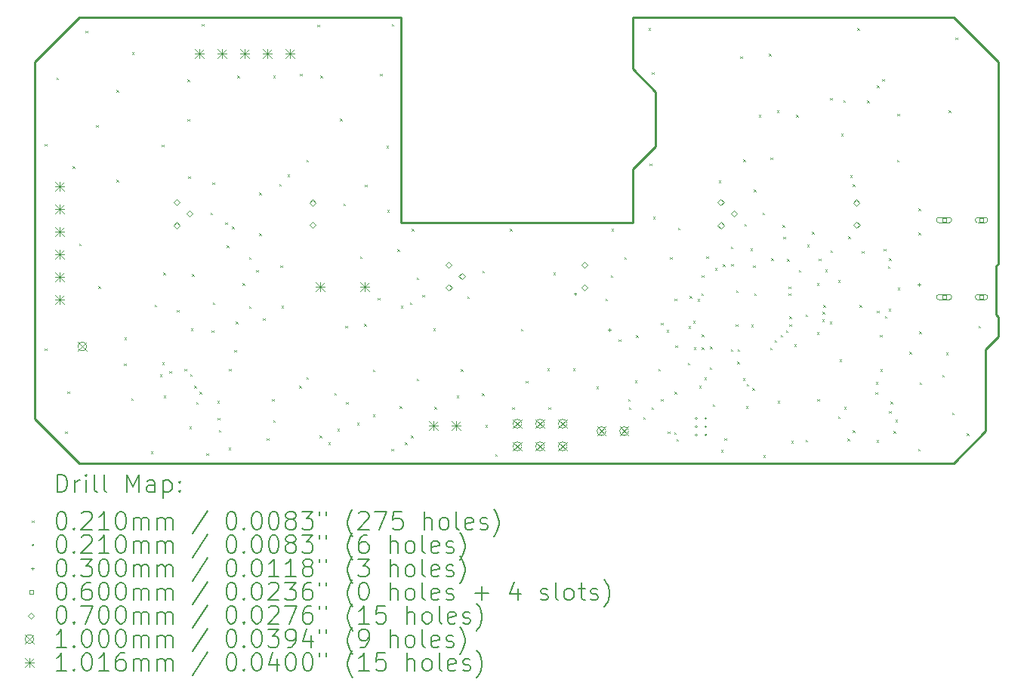
<source format=gbr>
%TF.GenerationSoftware,KiCad,Pcbnew,9.0.2*%
%TF.CreationDate,2025-08-01T16:28:49+01:00*%
%TF.ProjectId,FED3,46454433-2e6b-4696-9361-645f70636258,rev?*%
%TF.SameCoordinates,Original*%
%TF.FileFunction,Drillmap*%
%TF.FilePolarity,Positive*%
%FSLAX45Y45*%
G04 Gerber Fmt 4.5, Leading zero omitted, Abs format (unit mm)*
G04 Created by KiCad (PCBNEW 9.0.2) date 2025-08-01 16:28:49*
%MOMM*%
%LPD*%
G01*
G04 APERTURE LIST*
%ADD10C,0.250000*%
%ADD11C,0.200000*%
%ADD12C,0.100000*%
%ADD13C,0.101600*%
G04 APERTURE END LIST*
D10*
X20110110Y-12640360D02*
X20110110Y-11720360D01*
X16150110Y-10300360D02*
X13550110Y-10300360D01*
X16150110Y-8000360D02*
X16150110Y-8575160D01*
X16150110Y-8575160D02*
X16409710Y-8834760D01*
X9950110Y-8000360D02*
X9450110Y-8500360D01*
X20222110Y-10788360D02*
X20250110Y-10760360D01*
X20250110Y-8500360D02*
X19750110Y-8000360D01*
X20222110Y-11332360D02*
X20222110Y-10788360D01*
X20250110Y-10760360D02*
X20250110Y-8500360D01*
X16150110Y-9698360D02*
X16150110Y-10300360D01*
X20250110Y-11360360D02*
X20222110Y-11332360D01*
X13550110Y-10300360D02*
X13550110Y-8000360D01*
X9450110Y-12500360D02*
X9950110Y-13000360D01*
X16409710Y-8834760D02*
X16409710Y-9444360D01*
X19750110Y-13000360D02*
X20110110Y-12640360D01*
X19750110Y-8000360D02*
X16150110Y-8000360D01*
X20250110Y-11580360D02*
X20250110Y-11360360D01*
X9450110Y-8500360D02*
X9450110Y-12500360D01*
X9950110Y-13000360D02*
X19750110Y-13000360D01*
X16409710Y-9444360D02*
X16150110Y-9698360D01*
X20110110Y-11720360D02*
X20250110Y-11580360D01*
X13550110Y-8000360D02*
X9950110Y-8000360D01*
D11*
D12*
X9558610Y-9418460D02*
X9579610Y-9439460D01*
X9579610Y-9418460D02*
X9558610Y-9439460D01*
X9560890Y-11711640D02*
X9581890Y-11732640D01*
X9581890Y-11711640D02*
X9560890Y-11732640D01*
X9692000Y-8672000D02*
X9713000Y-8693000D01*
X9713000Y-8672000D02*
X9692000Y-8693000D01*
X9787210Y-12644260D02*
X9808210Y-12665260D01*
X9808210Y-12644260D02*
X9787210Y-12665260D01*
X9814890Y-12194240D02*
X9835890Y-12215240D01*
X9835890Y-12194240D02*
X9814890Y-12215240D01*
X9871030Y-9667380D02*
X9892030Y-9688380D01*
X9892030Y-9667380D02*
X9871030Y-9688380D01*
X9944500Y-10534500D02*
X9965500Y-10555500D01*
X9965500Y-10534500D02*
X9944500Y-10555500D01*
X10015810Y-8148460D02*
X10036810Y-8169460D01*
X10036810Y-8148460D02*
X10015810Y-8169460D01*
X10137000Y-9207000D02*
X10158000Y-9228000D01*
X10158000Y-9207000D02*
X10137000Y-9228000D01*
X10162000Y-11012000D02*
X10183000Y-11033000D01*
X10183000Y-11012000D02*
X10162000Y-11033000D01*
X10362000Y-8812000D02*
X10383000Y-8833000D01*
X10383000Y-8812000D02*
X10362000Y-8833000D01*
X10362000Y-9819500D02*
X10383000Y-9840500D01*
X10383000Y-9819500D02*
X10362000Y-9840500D01*
X10449500Y-11879500D02*
X10470500Y-11900500D01*
X10470500Y-11879500D02*
X10449500Y-11900500D01*
X10454500Y-11589500D02*
X10475500Y-11610500D01*
X10475500Y-11589500D02*
X10454500Y-11610500D01*
X10529500Y-12269500D02*
X10550500Y-12290500D01*
X10550500Y-12269500D02*
X10529500Y-12290500D01*
X10537000Y-8387000D02*
X10558000Y-8408000D01*
X10558000Y-8387000D02*
X10537000Y-8408000D01*
X10749500Y-12869500D02*
X10770500Y-12890500D01*
X10770500Y-12869500D02*
X10749500Y-12890500D01*
X10789500Y-11219500D02*
X10810500Y-11240500D01*
X10810500Y-11219500D02*
X10789500Y-11240500D01*
X10849500Y-12004500D02*
X10870500Y-12025500D01*
X10870500Y-12004500D02*
X10849500Y-12025500D01*
X10872000Y-9427000D02*
X10893000Y-9448000D01*
X10893000Y-9427000D02*
X10872000Y-9448000D01*
X10874500Y-11869500D02*
X10895500Y-11890500D01*
X10895500Y-11869500D02*
X10874500Y-11890500D01*
X10889500Y-10859500D02*
X10910500Y-10880500D01*
X10910500Y-10859500D02*
X10889500Y-10880500D01*
X10894500Y-12242000D02*
X10915500Y-12263000D01*
X10915500Y-12242000D02*
X10894500Y-12263000D01*
X10954500Y-11964500D02*
X10975500Y-11985500D01*
X10975500Y-11964500D02*
X10954500Y-11985500D01*
X11042000Y-11279500D02*
X11063000Y-11300500D01*
X11063000Y-11279500D02*
X11042000Y-11300500D01*
X11124500Y-11939500D02*
X11145500Y-11960500D01*
X11145500Y-11939500D02*
X11124500Y-11960500D01*
X11158810Y-8694560D02*
X11179810Y-8715560D01*
X11179810Y-8694560D02*
X11158810Y-8715560D01*
X11158810Y-9139060D02*
X11179810Y-9160060D01*
X11179810Y-9139060D02*
X11158810Y-9160060D01*
X11169500Y-9779500D02*
X11190500Y-9800500D01*
X11190500Y-9779500D02*
X11169500Y-9800500D01*
X11179500Y-12589500D02*
X11200500Y-12610500D01*
X11200500Y-12589500D02*
X11179500Y-12610500D01*
X11187000Y-11999500D02*
X11208000Y-12020500D01*
X11208000Y-11999500D02*
X11187000Y-12020500D01*
X11197000Y-11487000D02*
X11218000Y-11508000D01*
X11218000Y-11487000D02*
X11197000Y-11508000D01*
X11212000Y-10877000D02*
X11233000Y-10898000D01*
X11233000Y-10877000D02*
X11212000Y-10898000D01*
X11237000Y-12129500D02*
X11258000Y-12150500D01*
X11258000Y-12129500D02*
X11237000Y-12150500D01*
X11257000Y-12314500D02*
X11278000Y-12335500D01*
X11278000Y-12314500D02*
X11257000Y-12335500D01*
X11297000Y-12199500D02*
X11318000Y-12220500D01*
X11318000Y-12199500D02*
X11297000Y-12220500D01*
X11322000Y-8069500D02*
X11343000Y-8090500D01*
X11343000Y-8069500D02*
X11322000Y-8090500D01*
X11369500Y-12889500D02*
X11390500Y-12910500D01*
X11390500Y-12889500D02*
X11369500Y-12910500D01*
X11419500Y-10189500D02*
X11440500Y-10210500D01*
X11440500Y-10189500D02*
X11419500Y-10210500D01*
X11429500Y-11509500D02*
X11450500Y-11530500D01*
X11450500Y-11509500D02*
X11429500Y-11530500D01*
X11439500Y-9851500D02*
X11460500Y-9872500D01*
X11460500Y-9851500D02*
X11439500Y-9872500D01*
X11444500Y-11194500D02*
X11465500Y-11215500D01*
X11465500Y-11194500D02*
X11444500Y-11215500D01*
X11494500Y-12299500D02*
X11515500Y-12320500D01*
X11515500Y-12299500D02*
X11494500Y-12320500D01*
X11499500Y-12489500D02*
X11520500Y-12510500D01*
X11520500Y-12489500D02*
X11499500Y-12510500D01*
X11509500Y-12624500D02*
X11530500Y-12645500D01*
X11530500Y-12624500D02*
X11509500Y-12645500D01*
X11584500Y-10299500D02*
X11605500Y-10320500D01*
X11605500Y-10299500D02*
X11584500Y-10320500D01*
X11599500Y-10555000D02*
X11620500Y-10576000D01*
X11620500Y-10555000D02*
X11599500Y-10576000D01*
X11619500Y-12824500D02*
X11640500Y-12845500D01*
X11640500Y-12824500D02*
X11619500Y-12845500D01*
X11624500Y-11939000D02*
X11645500Y-11960000D01*
X11645500Y-11939000D02*
X11624500Y-11960000D01*
X11659500Y-10344500D02*
X11680500Y-10365500D01*
X11680500Y-10344500D02*
X11659500Y-10365500D01*
X11684500Y-11731000D02*
X11705500Y-11752000D01*
X11705500Y-11731000D02*
X11684500Y-11752000D01*
X11699500Y-11409500D02*
X11720500Y-11430500D01*
X11720500Y-11409500D02*
X11699500Y-11430500D01*
X11719500Y-8649500D02*
X11740500Y-8670500D01*
X11740500Y-8649500D02*
X11719500Y-8670500D01*
X11779500Y-10979500D02*
X11800500Y-11000500D01*
X11800500Y-10979500D02*
X11779500Y-11000500D01*
X11849500Y-10689500D02*
X11870500Y-10710500D01*
X11870500Y-10689500D02*
X11849500Y-10710500D01*
X11849500Y-11239500D02*
X11870500Y-11260500D01*
X11870500Y-11239500D02*
X11849500Y-11260500D01*
X11929500Y-10829500D02*
X11950500Y-10850500D01*
X11950500Y-10829500D02*
X11929500Y-10850500D01*
X11964500Y-9964500D02*
X11985500Y-9985500D01*
X11985500Y-9964500D02*
X11964500Y-9985500D01*
X11964500Y-10419500D02*
X11985500Y-10440500D01*
X11985500Y-10419500D02*
X11964500Y-10440500D01*
X12004500Y-11372500D02*
X12025500Y-11393500D01*
X12025500Y-11372500D02*
X12004500Y-11393500D01*
X12049500Y-12719500D02*
X12070500Y-12740500D01*
X12070500Y-12719500D02*
X12049500Y-12740500D01*
X12108875Y-12280125D02*
X12129875Y-12301125D01*
X12129875Y-12280125D02*
X12108875Y-12301125D01*
X12119500Y-8649500D02*
X12140500Y-8670500D01*
X12140500Y-8649500D02*
X12119500Y-8670500D01*
X12119500Y-12514500D02*
X12140500Y-12535500D01*
X12140500Y-12514500D02*
X12119500Y-12535500D01*
X12189500Y-9864500D02*
X12210500Y-9885500D01*
X12210500Y-9864500D02*
X12189500Y-9885500D01*
X12199500Y-10779500D02*
X12220500Y-10800500D01*
X12220500Y-10779500D02*
X12199500Y-10800500D01*
X12212000Y-11232000D02*
X12233000Y-11253000D01*
X12233000Y-11232000D02*
X12212000Y-11253000D01*
X12279500Y-9759500D02*
X12300500Y-9780500D01*
X12300500Y-9759500D02*
X12279500Y-9780500D01*
X12412317Y-12132318D02*
X12433317Y-12153318D01*
X12433317Y-12132318D02*
X12412317Y-12153318D01*
X12419500Y-8629500D02*
X12440500Y-8650500D01*
X12440500Y-8629500D02*
X12419500Y-8650500D01*
X12493676Y-12032485D02*
X12514676Y-12053485D01*
X12514676Y-12032485D02*
X12493676Y-12053485D01*
X12494500Y-9594500D02*
X12515500Y-9615500D01*
X12515500Y-9594500D02*
X12494500Y-9615500D01*
X12614500Y-8079500D02*
X12635500Y-8100500D01*
X12635500Y-8079500D02*
X12614500Y-8100500D01*
X12639500Y-12689500D02*
X12660500Y-12710500D01*
X12660500Y-12689500D02*
X12639500Y-12710500D01*
X12649500Y-8649500D02*
X12670500Y-8670500D01*
X12670500Y-8649500D02*
X12649500Y-8670500D01*
X12739500Y-12764500D02*
X12760500Y-12785500D01*
X12760500Y-12764500D02*
X12739500Y-12785500D01*
X12804500Y-12209500D02*
X12825500Y-12230500D01*
X12825500Y-12209500D02*
X12804500Y-12230500D01*
X12839500Y-12614500D02*
X12860500Y-12635500D01*
X12860500Y-12614500D02*
X12839500Y-12635500D01*
X12869500Y-9134500D02*
X12890500Y-9155500D01*
X12890500Y-9134500D02*
X12869500Y-9155500D01*
X12907000Y-10087000D02*
X12928000Y-10108000D01*
X12928000Y-10087000D02*
X12907000Y-10108000D01*
X12929500Y-11459500D02*
X12950500Y-11480500D01*
X12950500Y-11459500D02*
X12929500Y-11480500D01*
X12939500Y-12314500D02*
X12960500Y-12335500D01*
X12960500Y-12314500D02*
X12939500Y-12335500D01*
X13061140Y-12544343D02*
X13082140Y-12565343D01*
X13082140Y-12544343D02*
X13061140Y-12565343D01*
X13092000Y-10679500D02*
X13113000Y-10700500D01*
X13113000Y-10679500D02*
X13092000Y-10700500D01*
X13140003Y-11437063D02*
X13161003Y-11458063D01*
X13161003Y-11437063D02*
X13140003Y-11458063D01*
X13149500Y-9874500D02*
X13170500Y-9895500D01*
X13170500Y-9874500D02*
X13149500Y-9895500D01*
X13239500Y-11949500D02*
X13260500Y-11970500D01*
X13260500Y-11949500D02*
X13239500Y-11970500D01*
X13239500Y-12454500D02*
X13260500Y-12475500D01*
X13260500Y-12454500D02*
X13239500Y-12475500D01*
X13294500Y-11144500D02*
X13315500Y-11165500D01*
X13315500Y-11144500D02*
X13294500Y-11165500D01*
X13317810Y-8631060D02*
X13338810Y-8652060D01*
X13338810Y-8631060D02*
X13317810Y-8652060D01*
X13389500Y-9439500D02*
X13410500Y-9460500D01*
X13410500Y-9439500D02*
X13389500Y-9460500D01*
X13399500Y-10159500D02*
X13420500Y-10180500D01*
X13420500Y-10159500D02*
X13399500Y-10180500D01*
X13444500Y-12839500D02*
X13465500Y-12860500D01*
X13465500Y-12839500D02*
X13444500Y-12860500D01*
X13449500Y-8069500D02*
X13470500Y-8090500D01*
X13470500Y-8069500D02*
X13449500Y-8090500D01*
X13514500Y-10599500D02*
X13535500Y-10620500D01*
X13535500Y-10599500D02*
X13514500Y-10620500D01*
X13539500Y-12361100D02*
X13560500Y-12382100D01*
X13560500Y-12361100D02*
X13539500Y-12382100D01*
X13549500Y-11234500D02*
X13570500Y-11255500D01*
X13570500Y-11234500D02*
X13549500Y-11255500D01*
X13599600Y-12764500D02*
X13620600Y-12785500D01*
X13620600Y-12764500D02*
X13599600Y-12785500D01*
X13654500Y-11194500D02*
X13675500Y-11215500D01*
X13675500Y-11194500D02*
X13654500Y-11215500D01*
X13664500Y-12689500D02*
X13685500Y-12710500D01*
X13685500Y-12689500D02*
X13664500Y-12710500D01*
X13674500Y-10369500D02*
X13695500Y-10390500D01*
X13695500Y-10369500D02*
X13674500Y-10390500D01*
X13729030Y-10914080D02*
X13750030Y-10935080D01*
X13750030Y-10914080D02*
X13729030Y-10935080D01*
X13729500Y-12049500D02*
X13750500Y-12070500D01*
X13750500Y-12049500D02*
X13729500Y-12070500D01*
X13792000Y-11112000D02*
X13813000Y-11133000D01*
X13813000Y-11112000D02*
X13792000Y-11133000D01*
X13914500Y-11489500D02*
X13935500Y-11510500D01*
X13935500Y-11489500D02*
X13914500Y-11510500D01*
X13929500Y-12369500D02*
X13950500Y-12390500D01*
X13950500Y-12369500D02*
X13929500Y-12390500D01*
X14177000Y-12239500D02*
X14198000Y-12260500D01*
X14198000Y-12239500D02*
X14177000Y-12260500D01*
X14224500Y-11944500D02*
X14245500Y-11965500D01*
X14245500Y-11944500D02*
X14224500Y-11965500D01*
X14294500Y-11129500D02*
X14315500Y-11150500D01*
X14315500Y-11129500D02*
X14294500Y-11150500D01*
X14459500Y-12214500D02*
X14480500Y-12235500D01*
X14480500Y-12214500D02*
X14459500Y-12235500D01*
X14465630Y-10840420D02*
X14486630Y-10861420D01*
X14486630Y-10840420D02*
X14465630Y-10861420D01*
X14499500Y-12569500D02*
X14520500Y-12590500D01*
X14520500Y-12569500D02*
X14499500Y-12590500D01*
X14609500Y-12899500D02*
X14630500Y-12920500D01*
X14630500Y-12899500D02*
X14609500Y-12920500D01*
X14774789Y-10369073D02*
X14795789Y-10390073D01*
X14795789Y-10369073D02*
X14774789Y-10390073D01*
X14799010Y-12371120D02*
X14820010Y-12392120D01*
X14820010Y-12371120D02*
X14799010Y-12392120D01*
X14896971Y-11491146D02*
X14917971Y-11512146D01*
X14917971Y-11491146D02*
X14896971Y-11512146D01*
X14954500Y-12074500D02*
X14975500Y-12095500D01*
X14975500Y-12074500D02*
X14954500Y-12095500D01*
X15192000Y-11937000D02*
X15213000Y-11958000D01*
X15213000Y-11937000D02*
X15192000Y-11958000D01*
X15205410Y-12371120D02*
X15226410Y-12392120D01*
X15226410Y-12371120D02*
X15205410Y-12392120D01*
X15259500Y-10859500D02*
X15280500Y-10880500D01*
X15280500Y-10859500D02*
X15259500Y-10880500D01*
X15482000Y-11937000D02*
X15503000Y-11958000D01*
X15503000Y-11937000D02*
X15482000Y-11958000D01*
X15744500Y-12139500D02*
X15765500Y-12160500D01*
X15765500Y-12139500D02*
X15744500Y-12160500D01*
X15844500Y-11154500D02*
X15865500Y-11175500D01*
X15865500Y-11154500D02*
X15844500Y-11175500D01*
X15904500Y-10889500D02*
X15925500Y-10910500D01*
X15925500Y-10889500D02*
X15904500Y-10910500D01*
X15914500Y-10369500D02*
X15935500Y-10390500D01*
X15935500Y-10369500D02*
X15914500Y-10390500D01*
X15995500Y-11609500D02*
X16016500Y-11630500D01*
X16016500Y-11609500D02*
X15995500Y-11630500D01*
X16059500Y-10689500D02*
X16080500Y-10710500D01*
X16080500Y-10689500D02*
X16059500Y-10710500D01*
X16102000Y-12279500D02*
X16123000Y-12300500D01*
X16123000Y-12279500D02*
X16102000Y-12300500D01*
X16109500Y-12374500D02*
X16130500Y-12395500D01*
X16130500Y-12374500D02*
X16109500Y-12395500D01*
X16174500Y-12070000D02*
X16195500Y-12091000D01*
X16195500Y-12070000D02*
X16174500Y-12091000D01*
X16187214Y-11564372D02*
X16208214Y-11585372D01*
X16208214Y-11564372D02*
X16187214Y-11585372D01*
X16269500Y-12483600D02*
X16290500Y-12504600D01*
X16290500Y-12483600D02*
X16269500Y-12504600D01*
X16329500Y-8119500D02*
X16350500Y-8140500D01*
X16350500Y-8119500D02*
X16329500Y-8140500D01*
X16339500Y-9639500D02*
X16360500Y-9660500D01*
X16360500Y-9639500D02*
X16339500Y-9660500D01*
X16360269Y-12373660D02*
X16381269Y-12394660D01*
X16381269Y-12373660D02*
X16360269Y-12394660D01*
X16364500Y-8614500D02*
X16385500Y-8635500D01*
X16385500Y-8614500D02*
X16364500Y-8635500D01*
X16379500Y-10234500D02*
X16400500Y-10255500D01*
X16400500Y-10234500D02*
X16379500Y-10255500D01*
X16439500Y-11939500D02*
X16460500Y-11960500D01*
X16460500Y-11939500D02*
X16439500Y-11960500D01*
X16469500Y-11424500D02*
X16490500Y-11445500D01*
X16490500Y-11424500D02*
X16469500Y-11445500D01*
X16469500Y-12279500D02*
X16490500Y-12300500D01*
X16490500Y-12279500D02*
X16469500Y-12300500D01*
X16530000Y-11503872D02*
X16551000Y-11524872D01*
X16551000Y-11503872D02*
X16530000Y-11524872D01*
X16544759Y-12645481D02*
X16565759Y-12666481D01*
X16565759Y-12645481D02*
X16544759Y-12666481D01*
X16568000Y-10686750D02*
X16589000Y-10707750D01*
X16589000Y-10686750D02*
X16568000Y-10707750D01*
X16614088Y-12649705D02*
X16635088Y-12670705D01*
X16635088Y-12649705D02*
X16614088Y-12670705D01*
X16618533Y-12200742D02*
X16639533Y-12221742D01*
X16639533Y-12200742D02*
X16618533Y-12221742D01*
X16619500Y-11154500D02*
X16640500Y-11175500D01*
X16640500Y-11154500D02*
X16619500Y-11175500D01*
X16629500Y-11679500D02*
X16650500Y-11700500D01*
X16650500Y-11679500D02*
X16629500Y-11700500D01*
X16639500Y-12729500D02*
X16660500Y-12750500D01*
X16660500Y-12729500D02*
X16639500Y-12750500D01*
X16659500Y-10359500D02*
X16680500Y-10380500D01*
X16680500Y-10359500D02*
X16659500Y-10380500D01*
X16767000Y-11874500D02*
X16788000Y-11895500D01*
X16788000Y-11874500D02*
X16767000Y-11895500D01*
X16775030Y-11463400D02*
X16796030Y-11484400D01*
X16796030Y-11463400D02*
X16775030Y-11484400D01*
X16790000Y-11124500D02*
X16811000Y-11145500D01*
X16811000Y-11124500D02*
X16790000Y-11145500D01*
X16829482Y-11402900D02*
X16850482Y-11423900D01*
X16850482Y-11402900D02*
X16829482Y-11423900D01*
X16835664Y-11699200D02*
X16856664Y-11720200D01*
X16856664Y-11699200D02*
X16835664Y-11720200D01*
X16879500Y-11158250D02*
X16900500Y-11179250D01*
X16900500Y-11158250D02*
X16879500Y-11179250D01*
X16896646Y-12129517D02*
X16917646Y-12150517D01*
X16917646Y-12129517D02*
X16896646Y-12150517D01*
X16919500Y-11092000D02*
X16940500Y-11113000D01*
X16940500Y-11092000D02*
X16919500Y-11113000D01*
X16925128Y-11699200D02*
X16946128Y-11720200D01*
X16946128Y-11699200D02*
X16925128Y-11720200D01*
X16925500Y-10889250D02*
X16946500Y-10910250D01*
X16946500Y-10889250D02*
X16925500Y-10910250D01*
X16926000Y-11554000D02*
X16947000Y-11575000D01*
X16947000Y-11554000D02*
X16926000Y-11575000D01*
X16956030Y-12037970D02*
X16977030Y-12058970D01*
X16977030Y-12037970D02*
X16956030Y-12058970D01*
X16978000Y-10679250D02*
X16999000Y-10700250D01*
X16999000Y-10679250D02*
X16978000Y-10700250D01*
X17014500Y-11924500D02*
X17035500Y-11945500D01*
X17035500Y-11924500D02*
X17014500Y-11945500D01*
X17019500Y-11689500D02*
X17040500Y-11710500D01*
X17040500Y-11689500D02*
X17019500Y-11710500D01*
X17049500Y-12339500D02*
X17070500Y-12360500D01*
X17070500Y-12339500D02*
X17049500Y-12360500D01*
X17074500Y-10809500D02*
X17095500Y-10830500D01*
X17095500Y-10809500D02*
X17074500Y-10830500D01*
X17115490Y-9830100D02*
X17136490Y-9851100D01*
X17136490Y-9830100D02*
X17115490Y-9851100D01*
X17139500Y-12849500D02*
X17160500Y-12870500D01*
X17160500Y-12849500D02*
X17139500Y-12870500D01*
X17160750Y-10768250D02*
X17181750Y-10789250D01*
X17181750Y-10768250D02*
X17160750Y-10789250D01*
X17181000Y-12721500D02*
X17202000Y-12742500D01*
X17202000Y-12721500D02*
X17181000Y-12742500D01*
X17251085Y-11720446D02*
X17272085Y-11741446D01*
X17272085Y-11720446D02*
X17251085Y-11741446D01*
X17252000Y-10567000D02*
X17273000Y-10588000D01*
X17273000Y-10567000D02*
X17252000Y-10588000D01*
X17254500Y-10764500D02*
X17275500Y-10785500D01*
X17275500Y-10764500D02*
X17254500Y-10785500D01*
X17304500Y-11439500D02*
X17325500Y-11460500D01*
X17325500Y-11439500D02*
X17304500Y-11460500D01*
X17309500Y-11059500D02*
X17330500Y-11080500D01*
X17330500Y-11059500D02*
X17309500Y-11080500D01*
X17324500Y-11859500D02*
X17345500Y-11880500D01*
X17345500Y-11859500D02*
X17324500Y-11880500D01*
X17329500Y-11719481D02*
X17350500Y-11740481D01*
X17350500Y-11719481D02*
X17329500Y-11740481D01*
X17358690Y-8435040D02*
X17379690Y-8456040D01*
X17379690Y-8435040D02*
X17358690Y-8456040D01*
X17386788Y-12045432D02*
X17407788Y-12066432D01*
X17407788Y-12045432D02*
X17386788Y-12066432D01*
X17389500Y-9589500D02*
X17410500Y-9610500D01*
X17410500Y-9589500D02*
X17389500Y-9610500D01*
X17404500Y-10317000D02*
X17425500Y-10338000D01*
X17425500Y-10317000D02*
X17404500Y-10338000D01*
X17419500Y-12361100D02*
X17440500Y-12382100D01*
X17440500Y-12361100D02*
X17419500Y-12382100D01*
X17429500Y-12109500D02*
X17450500Y-12130500D01*
X17450500Y-12109500D02*
X17429500Y-12130500D01*
X17469500Y-10589500D02*
X17490500Y-10610500D01*
X17490500Y-10589500D02*
X17469500Y-10610500D01*
X17482000Y-11447000D02*
X17503000Y-11468000D01*
X17503000Y-11447000D02*
X17482000Y-11468000D01*
X17494500Y-12154500D02*
X17515500Y-12175500D01*
X17515500Y-12154500D02*
X17494500Y-12175500D01*
X17499500Y-10779500D02*
X17520500Y-10800500D01*
X17520500Y-10779500D02*
X17499500Y-10800500D01*
X17509500Y-9929500D02*
X17530500Y-9950500D01*
X17530500Y-9929500D02*
X17509500Y-9950500D01*
X17514680Y-11095717D02*
X17535680Y-11116717D01*
X17535680Y-11095717D02*
X17514680Y-11116717D01*
X17563050Y-9092440D02*
X17584050Y-9113440D01*
X17584050Y-9092440D02*
X17563050Y-9113440D01*
X17606700Y-10189860D02*
X17627700Y-10210860D01*
X17627700Y-10189860D02*
X17606700Y-10210860D01*
X17614500Y-12909500D02*
X17635500Y-12930500D01*
X17635500Y-12909500D02*
X17614500Y-12930500D01*
X17679890Y-8406640D02*
X17700890Y-8427640D01*
X17700890Y-8406640D02*
X17679890Y-8427640D01*
X17689500Y-11704251D02*
X17710500Y-11725251D01*
X17710500Y-11704251D02*
X17689500Y-11725251D01*
X17694500Y-9572000D02*
X17715500Y-9593000D01*
X17715500Y-9572000D02*
X17694500Y-9593000D01*
X17704500Y-10699500D02*
X17725500Y-10720500D01*
X17725500Y-10699500D02*
X17704500Y-10720500D01*
X17744500Y-11619500D02*
X17765500Y-11640500D01*
X17765500Y-11619500D02*
X17744500Y-11640500D01*
X17769500Y-9039500D02*
X17790500Y-9060500D01*
X17790500Y-9039500D02*
X17769500Y-9060500D01*
X17777000Y-12302000D02*
X17798000Y-12323000D01*
X17798000Y-12302000D02*
X17777000Y-12323000D01*
X17810078Y-11559500D02*
X17831078Y-11580500D01*
X17831078Y-11559500D02*
X17810078Y-11580500D01*
X17829500Y-10327300D02*
X17850500Y-10348300D01*
X17850500Y-10327300D02*
X17829500Y-10348300D01*
X17839500Y-10459500D02*
X17860500Y-10480500D01*
X17860500Y-10459500D02*
X17839500Y-10480500D01*
X17870499Y-11506979D02*
X17891499Y-11527979D01*
X17891499Y-11506979D02*
X17870499Y-11527979D01*
X17882000Y-10709500D02*
X17903000Y-10730500D01*
X17903000Y-10709500D02*
X17882000Y-10730500D01*
X17898631Y-11095222D02*
X17919631Y-11116222D01*
X17919631Y-11095222D02*
X17898631Y-11116222D01*
X17899545Y-11018227D02*
X17920545Y-11039227D01*
X17920545Y-11018227D02*
X17899545Y-11039227D01*
X17906926Y-11439141D02*
X17927926Y-11460141D01*
X17927926Y-11439141D02*
X17906926Y-11460141D01*
X17907341Y-11353995D02*
X17928341Y-11374995D01*
X17928341Y-11353995D02*
X17907341Y-11374995D01*
X17929500Y-12749500D02*
X17950500Y-12770500D01*
X17950500Y-12749500D02*
X17929500Y-12770500D01*
X17964500Y-11667000D02*
X17985500Y-11688000D01*
X17985500Y-11667000D02*
X17964500Y-11688000D01*
X17984690Y-9092440D02*
X18005690Y-9113440D01*
X18005690Y-9092440D02*
X17984690Y-9113440D01*
X18012000Y-10829500D02*
X18033000Y-10850500D01*
X18033000Y-10829500D02*
X18012000Y-10850500D01*
X18089500Y-11329500D02*
X18110500Y-11350500D01*
X18110500Y-11329500D02*
X18089500Y-11350500D01*
X18089500Y-12734500D02*
X18110500Y-12755500D01*
X18110500Y-12734500D02*
X18089500Y-12755500D01*
X18107320Y-10548280D02*
X18128320Y-10569280D01*
X18128320Y-10548280D02*
X18107320Y-10569280D01*
X18159500Y-10404500D02*
X18180500Y-10425500D01*
X18180500Y-10404500D02*
X18159500Y-10425500D01*
X18214500Y-10979500D02*
X18235500Y-11000500D01*
X18235500Y-10979500D02*
X18214500Y-11000500D01*
X18217000Y-11529500D02*
X18238000Y-11550500D01*
X18238000Y-11529500D02*
X18217000Y-11550500D01*
X18219500Y-12279500D02*
X18240500Y-12300500D01*
X18240500Y-12279500D02*
X18219500Y-12300500D01*
X18239400Y-10705760D02*
X18260400Y-10726760D01*
X18260400Y-10705760D02*
X18239400Y-10726760D01*
X18274500Y-11384500D02*
X18295500Y-11405500D01*
X18295500Y-11384500D02*
X18274500Y-11405500D01*
X18279323Y-11300825D02*
X18300323Y-11321825D01*
X18300323Y-11300825D02*
X18279323Y-11321825D01*
X18289500Y-11224500D02*
X18310500Y-11245500D01*
X18310500Y-11224500D02*
X18289500Y-11245500D01*
X18307980Y-10827680D02*
X18328980Y-10848680D01*
X18328980Y-10827680D02*
X18307980Y-10848680D01*
X18359500Y-11409500D02*
X18380500Y-11430500D01*
X18380500Y-11409500D02*
X18359500Y-11430500D01*
X18365460Y-8900460D02*
X18386460Y-8921460D01*
X18386460Y-8900460D02*
X18365460Y-8921460D01*
X18369500Y-10612500D02*
X18390500Y-10633500D01*
X18390500Y-10612500D02*
X18369500Y-10633500D01*
X18452269Y-10943827D02*
X18473269Y-10964827D01*
X18473269Y-10943827D02*
X18452269Y-10964827D01*
X18454500Y-12474500D02*
X18475500Y-12495500D01*
X18475500Y-12474500D02*
X18454500Y-12495500D01*
X18469500Y-11834500D02*
X18490500Y-11855500D01*
X18490500Y-11834500D02*
X18469500Y-11855500D01*
X18486450Y-9303720D02*
X18507450Y-9324720D01*
X18507450Y-9303720D02*
X18486450Y-9324720D01*
X18514500Y-8924500D02*
X18535500Y-8945500D01*
X18535500Y-8924500D02*
X18514500Y-8945500D01*
X18519500Y-12369500D02*
X18540500Y-12390500D01*
X18540500Y-12369500D02*
X18519500Y-12390500D01*
X18559500Y-12724500D02*
X18580500Y-12745500D01*
X18580500Y-12724500D02*
X18559500Y-12745500D01*
X18569500Y-10454500D02*
X18590500Y-10475500D01*
X18590500Y-10454500D02*
X18569500Y-10475500D01*
X18589500Y-9769500D02*
X18610500Y-9790500D01*
X18610500Y-9769500D02*
X18589500Y-9790500D01*
X18619500Y-9869500D02*
X18640500Y-9890500D01*
X18640500Y-9869500D02*
X18619500Y-9890500D01*
X18619500Y-12629500D02*
X18640500Y-12650500D01*
X18640500Y-12629500D02*
X18619500Y-12650500D01*
X18669500Y-8119500D02*
X18690500Y-8140500D01*
X18690500Y-8119500D02*
X18669500Y-8140500D01*
X18694500Y-11224500D02*
X18715500Y-11245500D01*
X18715500Y-11224500D02*
X18694500Y-11245500D01*
X18719500Y-10619500D02*
X18740500Y-10640500D01*
X18740500Y-10619500D02*
X18719500Y-10640500D01*
X18779500Y-8932000D02*
X18800500Y-8953000D01*
X18800500Y-8932000D02*
X18779500Y-8953000D01*
X18871860Y-12201820D02*
X18892860Y-12222820D01*
X18892860Y-12201820D02*
X18871860Y-12222820D01*
X18876017Y-12089500D02*
X18897017Y-12110500D01*
X18897017Y-12089500D02*
X18876017Y-12110500D01*
X18887000Y-12739500D02*
X18908000Y-12760500D01*
X18908000Y-12739500D02*
X18887000Y-12760500D01*
X18889500Y-8759500D02*
X18910500Y-8780500D01*
X18910500Y-8759500D02*
X18889500Y-8780500D01*
X18889500Y-11289500D02*
X18910500Y-11310500D01*
X18910500Y-11289500D02*
X18889500Y-11310500D01*
X18924500Y-11559500D02*
X18945500Y-11580500D01*
X18945500Y-11559500D02*
X18924500Y-11580500D01*
X18929500Y-11944500D02*
X18950500Y-11965500D01*
X18950500Y-11944500D02*
X18929500Y-11965500D01*
X18949500Y-8689500D02*
X18970500Y-8710500D01*
X18970500Y-8689500D02*
X18949500Y-8710500D01*
X18967420Y-10596540D02*
X18988420Y-10617540D01*
X18988420Y-10596540D02*
X18967420Y-10617540D01*
X18979500Y-11349500D02*
X19000500Y-11370500D01*
X19000500Y-11349500D02*
X18979500Y-11370500D01*
X19010677Y-10790836D02*
X19031677Y-10811836D01*
X19031677Y-10790836D02*
X19010677Y-10811836D01*
X19019500Y-11269500D02*
X19040500Y-11290500D01*
X19040500Y-11269500D02*
X19019500Y-11290500D01*
X19024500Y-12414500D02*
X19045500Y-12435500D01*
X19045500Y-12414500D02*
X19024500Y-12435500D01*
X19026800Y-10700680D02*
X19047800Y-10721680D01*
X19047800Y-10700680D02*
X19026800Y-10721680D01*
X19042040Y-12308500D02*
X19063040Y-12329500D01*
X19063040Y-12308500D02*
X19042040Y-12329500D01*
X19077000Y-12639500D02*
X19098000Y-12660500D01*
X19098000Y-12639500D02*
X19077000Y-12660500D01*
X19095380Y-12511700D02*
X19116380Y-12532700D01*
X19116380Y-12511700D02*
X19095380Y-12532700D01*
X19113160Y-9593240D02*
X19134160Y-9614240D01*
X19134160Y-9593240D02*
X19113160Y-9614240D01*
X19119500Y-9079500D02*
X19140500Y-9100500D01*
X19140500Y-9079500D02*
X19119500Y-9100500D01*
X19123320Y-11030880D02*
X19144320Y-11051880D01*
X19144320Y-11030880D02*
X19123320Y-11051880D01*
X19255500Y-11749500D02*
X19276500Y-11770500D01*
X19276500Y-11749500D02*
X19255500Y-11770500D01*
X19349500Y-12839500D02*
X19370500Y-12860500D01*
X19370500Y-12839500D02*
X19349500Y-12860500D01*
X19354460Y-10141880D02*
X19375460Y-10162880D01*
X19375460Y-10141880D02*
X19354460Y-10162880D01*
X19354460Y-10413660D02*
X19375460Y-10434660D01*
X19375460Y-10413660D02*
X19354460Y-10434660D01*
X19364500Y-11519500D02*
X19385500Y-11540500D01*
X19385500Y-11519500D02*
X19364500Y-11540500D01*
X19369500Y-12094500D02*
X19390500Y-12115500D01*
X19390500Y-12094500D02*
X19369500Y-12115500D01*
X19623500Y-12006500D02*
X19644500Y-12027500D01*
X19644500Y-12006500D02*
X19623500Y-12027500D01*
X19664500Y-11759500D02*
X19685500Y-11780500D01*
X19685500Y-11759500D02*
X19664500Y-11780500D01*
X19692950Y-9042100D02*
X19713950Y-9063100D01*
X19713950Y-9042100D02*
X19692950Y-9063100D01*
X19730500Y-12429500D02*
X19751500Y-12450500D01*
X19751500Y-12429500D02*
X19730500Y-12450500D01*
X19769410Y-8224660D02*
X19790410Y-8245660D01*
X19790410Y-8224660D02*
X19769410Y-8245660D01*
X19897000Y-12664500D02*
X19918000Y-12685500D01*
X19918000Y-12664500D02*
X19897000Y-12685500D01*
X20029500Y-11459500D02*
X20050500Y-11480500D01*
X20050500Y-11459500D02*
X20029500Y-11480500D01*
X16873560Y-12497500D02*
G75*
G02*
X16852560Y-12497500I-10500J0D01*
G01*
X16852560Y-12497500D02*
G75*
G02*
X16873560Y-12497500I10500J0D01*
G01*
X16873560Y-12590000D02*
G75*
G02*
X16852560Y-12590000I-10500J0D01*
G01*
X16852560Y-12590000D02*
G75*
G02*
X16873560Y-12590000I10500J0D01*
G01*
X16873560Y-12682500D02*
G75*
G02*
X16852560Y-12682500I-10500J0D01*
G01*
X16852560Y-12682500D02*
G75*
G02*
X16873560Y-12682500I10500J0D01*
G01*
X16981560Y-12497500D02*
G75*
G02*
X16960560Y-12497500I-10500J0D01*
G01*
X16960560Y-12497500D02*
G75*
G02*
X16981560Y-12497500I10500J0D01*
G01*
X16981560Y-12590000D02*
G75*
G02*
X16960560Y-12590000I-10500J0D01*
G01*
X16960560Y-12590000D02*
G75*
G02*
X16981560Y-12590000I10500J0D01*
G01*
X16981560Y-12682500D02*
G75*
G02*
X16960560Y-12682500I-10500J0D01*
G01*
X16960560Y-12682500D02*
G75*
G02*
X16981560Y-12682500I10500J0D01*
G01*
X15505000Y-11085000D02*
X15505000Y-11115000D01*
X15490000Y-11100000D02*
X15520000Y-11100000D01*
X15888900Y-11485658D02*
X15888900Y-11515658D01*
X15873900Y-11500658D02*
X15903900Y-11500658D01*
X19362420Y-10978120D02*
X19362420Y-11008120D01*
X19347420Y-10993120D02*
X19377420Y-10993120D01*
X19664133Y-10292573D02*
X19664133Y-10250147D01*
X19621707Y-10250147D01*
X19621707Y-10292573D01*
X19664133Y-10292573D01*
X19587920Y-10301360D02*
X19697920Y-10301360D01*
X19697920Y-10241360D02*
G75*
G02*
X19697920Y-10301360I0J-30000D01*
G01*
X19697920Y-10241360D02*
X19587920Y-10241360D01*
X19587920Y-10241360D02*
G75*
G03*
X19587920Y-10301360I0J-30000D01*
G01*
X19664133Y-11156573D02*
X19664133Y-11114147D01*
X19621707Y-11114147D01*
X19621707Y-11156573D01*
X19664133Y-11156573D01*
X19587920Y-11165360D02*
X19697920Y-11165360D01*
X19697920Y-11105360D02*
G75*
G02*
X19697920Y-11165360I0J-30000D01*
G01*
X19697920Y-11105360D02*
X19587920Y-11105360D01*
X19587920Y-11105360D02*
G75*
G03*
X19587920Y-11165360I0J-30000D01*
G01*
X20082133Y-10292573D02*
X20082133Y-10250147D01*
X20039707Y-10250147D01*
X20039707Y-10292573D01*
X20082133Y-10292573D01*
X20020920Y-10301360D02*
X20100920Y-10301360D01*
X20100920Y-10241360D02*
G75*
G02*
X20100920Y-10301360I0J-30000D01*
G01*
X20100920Y-10241360D02*
X20020920Y-10241360D01*
X20020920Y-10241360D02*
G75*
G03*
X20020920Y-10301360I0J-30000D01*
G01*
X20082133Y-11156573D02*
X20082133Y-11114147D01*
X20039707Y-11114147D01*
X20039707Y-11156573D01*
X20082133Y-11156573D01*
X20020920Y-11165360D02*
X20100920Y-11165360D01*
X20100920Y-11105360D02*
G75*
G02*
X20100920Y-11165360I0J-30000D01*
G01*
X20100920Y-11105360D02*
X20020920Y-11105360D01*
X20020920Y-11105360D02*
G75*
G03*
X20020920Y-11165360I0J-30000D01*
G01*
X11038110Y-10108360D02*
X11073110Y-10073360D01*
X11038110Y-10038360D01*
X11003110Y-10073360D01*
X11038110Y-10108360D01*
X11040110Y-10365360D02*
X11075110Y-10330360D01*
X11040110Y-10295360D01*
X11005110Y-10330360D01*
X11040110Y-10365360D01*
X11185110Y-10235360D02*
X11220110Y-10200360D01*
X11185110Y-10165360D01*
X11150110Y-10200360D01*
X11185110Y-10235360D01*
X12560110Y-10111360D02*
X12595110Y-10076360D01*
X12560110Y-10041360D01*
X12525110Y-10076360D01*
X12560110Y-10111360D01*
X12562110Y-10362360D02*
X12597110Y-10327360D01*
X12562110Y-10292360D01*
X12527110Y-10327360D01*
X12562110Y-10362360D01*
X14088110Y-10808360D02*
X14123110Y-10773360D01*
X14088110Y-10738360D01*
X14053110Y-10773360D01*
X14088110Y-10808360D01*
X14090110Y-11065360D02*
X14125110Y-11030360D01*
X14090110Y-10995360D01*
X14055110Y-11030360D01*
X14090110Y-11065360D01*
X14235110Y-10935360D02*
X14270110Y-10900360D01*
X14235110Y-10865360D01*
X14200110Y-10900360D01*
X14235110Y-10935360D01*
X15610110Y-10811360D02*
X15645110Y-10776360D01*
X15610110Y-10741360D01*
X15575110Y-10776360D01*
X15610110Y-10811360D01*
X15612110Y-11062360D02*
X15647110Y-11027360D01*
X15612110Y-10992360D01*
X15577110Y-11027360D01*
X15612110Y-11062360D01*
X17138110Y-10108360D02*
X17173110Y-10073360D01*
X17138110Y-10038360D01*
X17103110Y-10073360D01*
X17138110Y-10108360D01*
X17140110Y-10365360D02*
X17175110Y-10330360D01*
X17140110Y-10295360D01*
X17105110Y-10330360D01*
X17140110Y-10365360D01*
X17285110Y-10235360D02*
X17320110Y-10200360D01*
X17285110Y-10165360D01*
X17250110Y-10200360D01*
X17285110Y-10235360D01*
X18660110Y-10111360D02*
X18695110Y-10076360D01*
X18660110Y-10041360D01*
X18625110Y-10076360D01*
X18660110Y-10111360D01*
X18662110Y-10362360D02*
X18697110Y-10327360D01*
X18662110Y-10292360D01*
X18627110Y-10327360D01*
X18662110Y-10362360D01*
X9930000Y-11640000D02*
X10030000Y-11740000D01*
X10030000Y-11640000D02*
X9930000Y-11740000D01*
X10030000Y-11690000D02*
G75*
G02*
X9930000Y-11690000I-50000J0D01*
G01*
X9930000Y-11690000D02*
G75*
G02*
X10030000Y-11690000I50000J0D01*
G01*
X14808205Y-12506974D02*
X14908205Y-12606974D01*
X14908205Y-12506974D02*
X14808205Y-12606974D01*
X14908205Y-12556974D02*
G75*
G02*
X14808205Y-12556974I-50000J0D01*
G01*
X14808205Y-12556974D02*
G75*
G02*
X14908205Y-12556974I50000J0D01*
G01*
X14808205Y-12760974D02*
X14908205Y-12860974D01*
X14908205Y-12760974D02*
X14808205Y-12860974D01*
X14908205Y-12810974D02*
G75*
G02*
X14808205Y-12810974I-50000J0D01*
G01*
X14808205Y-12810974D02*
G75*
G02*
X14908205Y-12810974I50000J0D01*
G01*
X15062205Y-12506974D02*
X15162205Y-12606974D01*
X15162205Y-12506974D02*
X15062205Y-12606974D01*
X15162205Y-12556974D02*
G75*
G02*
X15062205Y-12556974I-50000J0D01*
G01*
X15062205Y-12556974D02*
G75*
G02*
X15162205Y-12556974I50000J0D01*
G01*
X15062205Y-12760974D02*
X15162205Y-12860974D01*
X15162205Y-12760974D02*
X15062205Y-12860974D01*
X15162205Y-12810974D02*
G75*
G02*
X15062205Y-12810974I-50000J0D01*
G01*
X15062205Y-12810974D02*
G75*
G02*
X15162205Y-12810974I50000J0D01*
G01*
X15316205Y-12506974D02*
X15416205Y-12606974D01*
X15416205Y-12506974D02*
X15316205Y-12606974D01*
X15416205Y-12556974D02*
G75*
G02*
X15316205Y-12556974I-50000J0D01*
G01*
X15316205Y-12556974D02*
G75*
G02*
X15416205Y-12556974I50000J0D01*
G01*
X15316205Y-12760974D02*
X15416205Y-12860974D01*
X15416205Y-12760974D02*
X15316205Y-12860974D01*
X15416205Y-12810974D02*
G75*
G02*
X15316205Y-12810974I-50000J0D01*
G01*
X15316205Y-12810974D02*
G75*
G02*
X15416205Y-12810974I50000J0D01*
G01*
X15751000Y-12590000D02*
X15851000Y-12690000D01*
X15851000Y-12590000D02*
X15751000Y-12690000D01*
X15851000Y-12640000D02*
G75*
G02*
X15751000Y-12640000I-50000J0D01*
G01*
X15751000Y-12640000D02*
G75*
G02*
X15851000Y-12640000I50000J0D01*
G01*
X16005000Y-12590000D02*
X16105000Y-12690000D01*
X16105000Y-12590000D02*
X16005000Y-12690000D01*
X16105000Y-12640000D02*
G75*
G02*
X16005000Y-12640000I-50000J0D01*
G01*
X16005000Y-12640000D02*
G75*
G02*
X16105000Y-12640000I50000J0D01*
G01*
D13*
X9674310Y-9839560D02*
X9775910Y-9941160D01*
X9775910Y-9839560D02*
X9674310Y-9941160D01*
X9725110Y-9839560D02*
X9725110Y-9941160D01*
X9674310Y-9890360D02*
X9775910Y-9890360D01*
X9674310Y-10093560D02*
X9775910Y-10195160D01*
X9775910Y-10093560D02*
X9674310Y-10195160D01*
X9725110Y-10093560D02*
X9725110Y-10195160D01*
X9674310Y-10144360D02*
X9775910Y-10144360D01*
X9674310Y-10347560D02*
X9775910Y-10449160D01*
X9775910Y-10347560D02*
X9674310Y-10449160D01*
X9725110Y-10347560D02*
X9725110Y-10449160D01*
X9674310Y-10398360D02*
X9775910Y-10398360D01*
X9674310Y-10601560D02*
X9775910Y-10703160D01*
X9775910Y-10601560D02*
X9674310Y-10703160D01*
X9725110Y-10601560D02*
X9725110Y-10703160D01*
X9674310Y-10652360D02*
X9775910Y-10652360D01*
X9674310Y-10855560D02*
X9775910Y-10957160D01*
X9775910Y-10855560D02*
X9674310Y-10957160D01*
X9725110Y-10855560D02*
X9725110Y-10957160D01*
X9674310Y-10906360D02*
X9775910Y-10906360D01*
X9674310Y-11109560D02*
X9775910Y-11211160D01*
X9775910Y-11109560D02*
X9674310Y-11211160D01*
X9725110Y-11109560D02*
X9725110Y-11211160D01*
X9674310Y-11160360D02*
X9775910Y-11160360D01*
X11241310Y-8349560D02*
X11342910Y-8451160D01*
X11342910Y-8349560D02*
X11241310Y-8451160D01*
X11292110Y-8349560D02*
X11292110Y-8451160D01*
X11241310Y-8400360D02*
X11342910Y-8400360D01*
X11495310Y-8349560D02*
X11596910Y-8451160D01*
X11596910Y-8349560D02*
X11495310Y-8451160D01*
X11546110Y-8349560D02*
X11546110Y-8451160D01*
X11495310Y-8400360D02*
X11596910Y-8400360D01*
X11749310Y-8349560D02*
X11850910Y-8451160D01*
X11850910Y-8349560D02*
X11749310Y-8451160D01*
X11800110Y-8349560D02*
X11800110Y-8451160D01*
X11749310Y-8400360D02*
X11850910Y-8400360D01*
X12003310Y-8349560D02*
X12104910Y-8451160D01*
X12104910Y-8349560D02*
X12003310Y-8451160D01*
X12054110Y-8349560D02*
X12054110Y-8451160D01*
X12003310Y-8400360D02*
X12104910Y-8400360D01*
X12257310Y-8349560D02*
X12358910Y-8451160D01*
X12358910Y-8349560D02*
X12257310Y-8451160D01*
X12308110Y-8349560D02*
X12308110Y-8451160D01*
X12257310Y-8400360D02*
X12358910Y-8400360D01*
X12600200Y-10967200D02*
X12701800Y-11068800D01*
X12701800Y-10967200D02*
X12600200Y-11068800D01*
X12651000Y-10967200D02*
X12651000Y-11068800D01*
X12600200Y-11018000D02*
X12701800Y-11018000D01*
X13095120Y-10967200D02*
X13196720Y-11068800D01*
X13196720Y-10967200D02*
X13095120Y-11068800D01*
X13145920Y-10967200D02*
X13145920Y-11068800D01*
X13095120Y-11018000D02*
X13196720Y-11018000D01*
X13864630Y-12522840D02*
X13966230Y-12624440D01*
X13966230Y-12522840D02*
X13864630Y-12624440D01*
X13915430Y-12522840D02*
X13915430Y-12624440D01*
X13864630Y-12573640D02*
X13966230Y-12573640D01*
X14118630Y-12522840D02*
X14220230Y-12624440D01*
X14220230Y-12522840D02*
X14118630Y-12624440D01*
X14169430Y-12522840D02*
X14169430Y-12624440D01*
X14118630Y-12573640D02*
X14220230Y-12573640D01*
D11*
X9698387Y-13324344D02*
X9698387Y-13124344D01*
X9698387Y-13124344D02*
X9746006Y-13124344D01*
X9746006Y-13124344D02*
X9774577Y-13133868D01*
X9774577Y-13133868D02*
X9793625Y-13152915D01*
X9793625Y-13152915D02*
X9803149Y-13171963D01*
X9803149Y-13171963D02*
X9812673Y-13210058D01*
X9812673Y-13210058D02*
X9812673Y-13238629D01*
X9812673Y-13238629D02*
X9803149Y-13276725D01*
X9803149Y-13276725D02*
X9793625Y-13295772D01*
X9793625Y-13295772D02*
X9774577Y-13314820D01*
X9774577Y-13314820D02*
X9746006Y-13324344D01*
X9746006Y-13324344D02*
X9698387Y-13324344D01*
X9898387Y-13324344D02*
X9898387Y-13191010D01*
X9898387Y-13229106D02*
X9907911Y-13210058D01*
X9907911Y-13210058D02*
X9917434Y-13200534D01*
X9917434Y-13200534D02*
X9936482Y-13191010D01*
X9936482Y-13191010D02*
X9955530Y-13191010D01*
X10022196Y-13324344D02*
X10022196Y-13191010D01*
X10022196Y-13124344D02*
X10012673Y-13133868D01*
X10012673Y-13133868D02*
X10022196Y-13143391D01*
X10022196Y-13143391D02*
X10031720Y-13133868D01*
X10031720Y-13133868D02*
X10022196Y-13124344D01*
X10022196Y-13124344D02*
X10022196Y-13143391D01*
X10146006Y-13324344D02*
X10126958Y-13314820D01*
X10126958Y-13314820D02*
X10117434Y-13295772D01*
X10117434Y-13295772D02*
X10117434Y-13124344D01*
X10250768Y-13324344D02*
X10231720Y-13314820D01*
X10231720Y-13314820D02*
X10222196Y-13295772D01*
X10222196Y-13295772D02*
X10222196Y-13124344D01*
X10479339Y-13324344D02*
X10479339Y-13124344D01*
X10479339Y-13124344D02*
X10546006Y-13267201D01*
X10546006Y-13267201D02*
X10612673Y-13124344D01*
X10612673Y-13124344D02*
X10612673Y-13324344D01*
X10793625Y-13324344D02*
X10793625Y-13219582D01*
X10793625Y-13219582D02*
X10784101Y-13200534D01*
X10784101Y-13200534D02*
X10765054Y-13191010D01*
X10765054Y-13191010D02*
X10726958Y-13191010D01*
X10726958Y-13191010D02*
X10707911Y-13200534D01*
X10793625Y-13314820D02*
X10774577Y-13324344D01*
X10774577Y-13324344D02*
X10726958Y-13324344D01*
X10726958Y-13324344D02*
X10707911Y-13314820D01*
X10707911Y-13314820D02*
X10698387Y-13295772D01*
X10698387Y-13295772D02*
X10698387Y-13276725D01*
X10698387Y-13276725D02*
X10707911Y-13257677D01*
X10707911Y-13257677D02*
X10726958Y-13248153D01*
X10726958Y-13248153D02*
X10774577Y-13248153D01*
X10774577Y-13248153D02*
X10793625Y-13238629D01*
X10888863Y-13191010D02*
X10888863Y-13391010D01*
X10888863Y-13200534D02*
X10907911Y-13191010D01*
X10907911Y-13191010D02*
X10946006Y-13191010D01*
X10946006Y-13191010D02*
X10965054Y-13200534D01*
X10965054Y-13200534D02*
X10974577Y-13210058D01*
X10974577Y-13210058D02*
X10984101Y-13229106D01*
X10984101Y-13229106D02*
X10984101Y-13286248D01*
X10984101Y-13286248D02*
X10974577Y-13305296D01*
X10974577Y-13305296D02*
X10965054Y-13314820D01*
X10965054Y-13314820D02*
X10946006Y-13324344D01*
X10946006Y-13324344D02*
X10907911Y-13324344D01*
X10907911Y-13324344D02*
X10888863Y-13314820D01*
X11069815Y-13305296D02*
X11079339Y-13314820D01*
X11079339Y-13314820D02*
X11069815Y-13324344D01*
X11069815Y-13324344D02*
X11060292Y-13314820D01*
X11060292Y-13314820D02*
X11069815Y-13305296D01*
X11069815Y-13305296D02*
X11069815Y-13324344D01*
X11069815Y-13200534D02*
X11079339Y-13210058D01*
X11079339Y-13210058D02*
X11069815Y-13219582D01*
X11069815Y-13219582D02*
X11060292Y-13210058D01*
X11060292Y-13210058D02*
X11069815Y-13200534D01*
X11069815Y-13200534D02*
X11069815Y-13219582D01*
D12*
X9416610Y-13642360D02*
X9437610Y-13663360D01*
X9437610Y-13642360D02*
X9416610Y-13663360D01*
D11*
X9736482Y-13544344D02*
X9755530Y-13544344D01*
X9755530Y-13544344D02*
X9774577Y-13553868D01*
X9774577Y-13553868D02*
X9784101Y-13563391D01*
X9784101Y-13563391D02*
X9793625Y-13582439D01*
X9793625Y-13582439D02*
X9803149Y-13620534D01*
X9803149Y-13620534D02*
X9803149Y-13668153D01*
X9803149Y-13668153D02*
X9793625Y-13706248D01*
X9793625Y-13706248D02*
X9784101Y-13725296D01*
X9784101Y-13725296D02*
X9774577Y-13734820D01*
X9774577Y-13734820D02*
X9755530Y-13744344D01*
X9755530Y-13744344D02*
X9736482Y-13744344D01*
X9736482Y-13744344D02*
X9717434Y-13734820D01*
X9717434Y-13734820D02*
X9707911Y-13725296D01*
X9707911Y-13725296D02*
X9698387Y-13706248D01*
X9698387Y-13706248D02*
X9688863Y-13668153D01*
X9688863Y-13668153D02*
X9688863Y-13620534D01*
X9688863Y-13620534D02*
X9698387Y-13582439D01*
X9698387Y-13582439D02*
X9707911Y-13563391D01*
X9707911Y-13563391D02*
X9717434Y-13553868D01*
X9717434Y-13553868D02*
X9736482Y-13544344D01*
X9888863Y-13725296D02*
X9898387Y-13734820D01*
X9898387Y-13734820D02*
X9888863Y-13744344D01*
X9888863Y-13744344D02*
X9879339Y-13734820D01*
X9879339Y-13734820D02*
X9888863Y-13725296D01*
X9888863Y-13725296D02*
X9888863Y-13744344D01*
X9974577Y-13563391D02*
X9984101Y-13553868D01*
X9984101Y-13553868D02*
X10003149Y-13544344D01*
X10003149Y-13544344D02*
X10050768Y-13544344D01*
X10050768Y-13544344D02*
X10069815Y-13553868D01*
X10069815Y-13553868D02*
X10079339Y-13563391D01*
X10079339Y-13563391D02*
X10088863Y-13582439D01*
X10088863Y-13582439D02*
X10088863Y-13601487D01*
X10088863Y-13601487D02*
X10079339Y-13630058D01*
X10079339Y-13630058D02*
X9965054Y-13744344D01*
X9965054Y-13744344D02*
X10088863Y-13744344D01*
X10279339Y-13744344D02*
X10165054Y-13744344D01*
X10222196Y-13744344D02*
X10222196Y-13544344D01*
X10222196Y-13544344D02*
X10203149Y-13572915D01*
X10203149Y-13572915D02*
X10184101Y-13591963D01*
X10184101Y-13591963D02*
X10165054Y-13601487D01*
X10403149Y-13544344D02*
X10422196Y-13544344D01*
X10422196Y-13544344D02*
X10441244Y-13553868D01*
X10441244Y-13553868D02*
X10450768Y-13563391D01*
X10450768Y-13563391D02*
X10460292Y-13582439D01*
X10460292Y-13582439D02*
X10469815Y-13620534D01*
X10469815Y-13620534D02*
X10469815Y-13668153D01*
X10469815Y-13668153D02*
X10460292Y-13706248D01*
X10460292Y-13706248D02*
X10450768Y-13725296D01*
X10450768Y-13725296D02*
X10441244Y-13734820D01*
X10441244Y-13734820D02*
X10422196Y-13744344D01*
X10422196Y-13744344D02*
X10403149Y-13744344D01*
X10403149Y-13744344D02*
X10384101Y-13734820D01*
X10384101Y-13734820D02*
X10374577Y-13725296D01*
X10374577Y-13725296D02*
X10365054Y-13706248D01*
X10365054Y-13706248D02*
X10355530Y-13668153D01*
X10355530Y-13668153D02*
X10355530Y-13620534D01*
X10355530Y-13620534D02*
X10365054Y-13582439D01*
X10365054Y-13582439D02*
X10374577Y-13563391D01*
X10374577Y-13563391D02*
X10384101Y-13553868D01*
X10384101Y-13553868D02*
X10403149Y-13544344D01*
X10555530Y-13744344D02*
X10555530Y-13611010D01*
X10555530Y-13630058D02*
X10565054Y-13620534D01*
X10565054Y-13620534D02*
X10584101Y-13611010D01*
X10584101Y-13611010D02*
X10612673Y-13611010D01*
X10612673Y-13611010D02*
X10631720Y-13620534D01*
X10631720Y-13620534D02*
X10641244Y-13639582D01*
X10641244Y-13639582D02*
X10641244Y-13744344D01*
X10641244Y-13639582D02*
X10650768Y-13620534D01*
X10650768Y-13620534D02*
X10669815Y-13611010D01*
X10669815Y-13611010D02*
X10698387Y-13611010D01*
X10698387Y-13611010D02*
X10717435Y-13620534D01*
X10717435Y-13620534D02*
X10726958Y-13639582D01*
X10726958Y-13639582D02*
X10726958Y-13744344D01*
X10822196Y-13744344D02*
X10822196Y-13611010D01*
X10822196Y-13630058D02*
X10831720Y-13620534D01*
X10831720Y-13620534D02*
X10850768Y-13611010D01*
X10850768Y-13611010D02*
X10879339Y-13611010D01*
X10879339Y-13611010D02*
X10898387Y-13620534D01*
X10898387Y-13620534D02*
X10907911Y-13639582D01*
X10907911Y-13639582D02*
X10907911Y-13744344D01*
X10907911Y-13639582D02*
X10917435Y-13620534D01*
X10917435Y-13620534D02*
X10936482Y-13611010D01*
X10936482Y-13611010D02*
X10965054Y-13611010D01*
X10965054Y-13611010D02*
X10984101Y-13620534D01*
X10984101Y-13620534D02*
X10993625Y-13639582D01*
X10993625Y-13639582D02*
X10993625Y-13744344D01*
X11384101Y-13534820D02*
X11212673Y-13791963D01*
X11641244Y-13544344D02*
X11660292Y-13544344D01*
X11660292Y-13544344D02*
X11679339Y-13553868D01*
X11679339Y-13553868D02*
X11688863Y-13563391D01*
X11688863Y-13563391D02*
X11698387Y-13582439D01*
X11698387Y-13582439D02*
X11707911Y-13620534D01*
X11707911Y-13620534D02*
X11707911Y-13668153D01*
X11707911Y-13668153D02*
X11698387Y-13706248D01*
X11698387Y-13706248D02*
X11688863Y-13725296D01*
X11688863Y-13725296D02*
X11679339Y-13734820D01*
X11679339Y-13734820D02*
X11660292Y-13744344D01*
X11660292Y-13744344D02*
X11641244Y-13744344D01*
X11641244Y-13744344D02*
X11622196Y-13734820D01*
X11622196Y-13734820D02*
X11612673Y-13725296D01*
X11612673Y-13725296D02*
X11603149Y-13706248D01*
X11603149Y-13706248D02*
X11593625Y-13668153D01*
X11593625Y-13668153D02*
X11593625Y-13620534D01*
X11593625Y-13620534D02*
X11603149Y-13582439D01*
X11603149Y-13582439D02*
X11612673Y-13563391D01*
X11612673Y-13563391D02*
X11622196Y-13553868D01*
X11622196Y-13553868D02*
X11641244Y-13544344D01*
X11793625Y-13725296D02*
X11803149Y-13734820D01*
X11803149Y-13734820D02*
X11793625Y-13744344D01*
X11793625Y-13744344D02*
X11784101Y-13734820D01*
X11784101Y-13734820D02*
X11793625Y-13725296D01*
X11793625Y-13725296D02*
X11793625Y-13744344D01*
X11926958Y-13544344D02*
X11946006Y-13544344D01*
X11946006Y-13544344D02*
X11965054Y-13553868D01*
X11965054Y-13553868D02*
X11974577Y-13563391D01*
X11974577Y-13563391D02*
X11984101Y-13582439D01*
X11984101Y-13582439D02*
X11993625Y-13620534D01*
X11993625Y-13620534D02*
X11993625Y-13668153D01*
X11993625Y-13668153D02*
X11984101Y-13706248D01*
X11984101Y-13706248D02*
X11974577Y-13725296D01*
X11974577Y-13725296D02*
X11965054Y-13734820D01*
X11965054Y-13734820D02*
X11946006Y-13744344D01*
X11946006Y-13744344D02*
X11926958Y-13744344D01*
X11926958Y-13744344D02*
X11907911Y-13734820D01*
X11907911Y-13734820D02*
X11898387Y-13725296D01*
X11898387Y-13725296D02*
X11888863Y-13706248D01*
X11888863Y-13706248D02*
X11879339Y-13668153D01*
X11879339Y-13668153D02*
X11879339Y-13620534D01*
X11879339Y-13620534D02*
X11888863Y-13582439D01*
X11888863Y-13582439D02*
X11898387Y-13563391D01*
X11898387Y-13563391D02*
X11907911Y-13553868D01*
X11907911Y-13553868D02*
X11926958Y-13544344D01*
X12117435Y-13544344D02*
X12136482Y-13544344D01*
X12136482Y-13544344D02*
X12155530Y-13553868D01*
X12155530Y-13553868D02*
X12165054Y-13563391D01*
X12165054Y-13563391D02*
X12174577Y-13582439D01*
X12174577Y-13582439D02*
X12184101Y-13620534D01*
X12184101Y-13620534D02*
X12184101Y-13668153D01*
X12184101Y-13668153D02*
X12174577Y-13706248D01*
X12174577Y-13706248D02*
X12165054Y-13725296D01*
X12165054Y-13725296D02*
X12155530Y-13734820D01*
X12155530Y-13734820D02*
X12136482Y-13744344D01*
X12136482Y-13744344D02*
X12117435Y-13744344D01*
X12117435Y-13744344D02*
X12098387Y-13734820D01*
X12098387Y-13734820D02*
X12088863Y-13725296D01*
X12088863Y-13725296D02*
X12079339Y-13706248D01*
X12079339Y-13706248D02*
X12069816Y-13668153D01*
X12069816Y-13668153D02*
X12069816Y-13620534D01*
X12069816Y-13620534D02*
X12079339Y-13582439D01*
X12079339Y-13582439D02*
X12088863Y-13563391D01*
X12088863Y-13563391D02*
X12098387Y-13553868D01*
X12098387Y-13553868D02*
X12117435Y-13544344D01*
X12298387Y-13630058D02*
X12279339Y-13620534D01*
X12279339Y-13620534D02*
X12269816Y-13611010D01*
X12269816Y-13611010D02*
X12260292Y-13591963D01*
X12260292Y-13591963D02*
X12260292Y-13582439D01*
X12260292Y-13582439D02*
X12269816Y-13563391D01*
X12269816Y-13563391D02*
X12279339Y-13553868D01*
X12279339Y-13553868D02*
X12298387Y-13544344D01*
X12298387Y-13544344D02*
X12336482Y-13544344D01*
X12336482Y-13544344D02*
X12355530Y-13553868D01*
X12355530Y-13553868D02*
X12365054Y-13563391D01*
X12365054Y-13563391D02*
X12374577Y-13582439D01*
X12374577Y-13582439D02*
X12374577Y-13591963D01*
X12374577Y-13591963D02*
X12365054Y-13611010D01*
X12365054Y-13611010D02*
X12355530Y-13620534D01*
X12355530Y-13620534D02*
X12336482Y-13630058D01*
X12336482Y-13630058D02*
X12298387Y-13630058D01*
X12298387Y-13630058D02*
X12279339Y-13639582D01*
X12279339Y-13639582D02*
X12269816Y-13649106D01*
X12269816Y-13649106D02*
X12260292Y-13668153D01*
X12260292Y-13668153D02*
X12260292Y-13706248D01*
X12260292Y-13706248D02*
X12269816Y-13725296D01*
X12269816Y-13725296D02*
X12279339Y-13734820D01*
X12279339Y-13734820D02*
X12298387Y-13744344D01*
X12298387Y-13744344D02*
X12336482Y-13744344D01*
X12336482Y-13744344D02*
X12355530Y-13734820D01*
X12355530Y-13734820D02*
X12365054Y-13725296D01*
X12365054Y-13725296D02*
X12374577Y-13706248D01*
X12374577Y-13706248D02*
X12374577Y-13668153D01*
X12374577Y-13668153D02*
X12365054Y-13649106D01*
X12365054Y-13649106D02*
X12355530Y-13639582D01*
X12355530Y-13639582D02*
X12336482Y-13630058D01*
X12441244Y-13544344D02*
X12565054Y-13544344D01*
X12565054Y-13544344D02*
X12498387Y-13620534D01*
X12498387Y-13620534D02*
X12526958Y-13620534D01*
X12526958Y-13620534D02*
X12546006Y-13630058D01*
X12546006Y-13630058D02*
X12555530Y-13639582D01*
X12555530Y-13639582D02*
X12565054Y-13658629D01*
X12565054Y-13658629D02*
X12565054Y-13706248D01*
X12565054Y-13706248D02*
X12555530Y-13725296D01*
X12555530Y-13725296D02*
X12546006Y-13734820D01*
X12546006Y-13734820D02*
X12526958Y-13744344D01*
X12526958Y-13744344D02*
X12469816Y-13744344D01*
X12469816Y-13744344D02*
X12450768Y-13734820D01*
X12450768Y-13734820D02*
X12441244Y-13725296D01*
X12641244Y-13544344D02*
X12641244Y-13582439D01*
X12717435Y-13544344D02*
X12717435Y-13582439D01*
X13012673Y-13820534D02*
X13003149Y-13811010D01*
X13003149Y-13811010D02*
X12984101Y-13782439D01*
X12984101Y-13782439D02*
X12974578Y-13763391D01*
X12974578Y-13763391D02*
X12965054Y-13734820D01*
X12965054Y-13734820D02*
X12955530Y-13687201D01*
X12955530Y-13687201D02*
X12955530Y-13649106D01*
X12955530Y-13649106D02*
X12965054Y-13601487D01*
X12965054Y-13601487D02*
X12974578Y-13572915D01*
X12974578Y-13572915D02*
X12984101Y-13553868D01*
X12984101Y-13553868D02*
X13003149Y-13525296D01*
X13003149Y-13525296D02*
X13012673Y-13515772D01*
X13079339Y-13563391D02*
X13088863Y-13553868D01*
X13088863Y-13553868D02*
X13107911Y-13544344D01*
X13107911Y-13544344D02*
X13155530Y-13544344D01*
X13155530Y-13544344D02*
X13174578Y-13553868D01*
X13174578Y-13553868D02*
X13184101Y-13563391D01*
X13184101Y-13563391D02*
X13193625Y-13582439D01*
X13193625Y-13582439D02*
X13193625Y-13601487D01*
X13193625Y-13601487D02*
X13184101Y-13630058D01*
X13184101Y-13630058D02*
X13069816Y-13744344D01*
X13069816Y-13744344D02*
X13193625Y-13744344D01*
X13260292Y-13544344D02*
X13393625Y-13544344D01*
X13393625Y-13544344D02*
X13307911Y-13744344D01*
X13565054Y-13544344D02*
X13469816Y-13544344D01*
X13469816Y-13544344D02*
X13460292Y-13639582D01*
X13460292Y-13639582D02*
X13469816Y-13630058D01*
X13469816Y-13630058D02*
X13488863Y-13620534D01*
X13488863Y-13620534D02*
X13536482Y-13620534D01*
X13536482Y-13620534D02*
X13555530Y-13630058D01*
X13555530Y-13630058D02*
X13565054Y-13639582D01*
X13565054Y-13639582D02*
X13574578Y-13658629D01*
X13574578Y-13658629D02*
X13574578Y-13706248D01*
X13574578Y-13706248D02*
X13565054Y-13725296D01*
X13565054Y-13725296D02*
X13555530Y-13734820D01*
X13555530Y-13734820D02*
X13536482Y-13744344D01*
X13536482Y-13744344D02*
X13488863Y-13744344D01*
X13488863Y-13744344D02*
X13469816Y-13734820D01*
X13469816Y-13734820D02*
X13460292Y-13725296D01*
X13812673Y-13744344D02*
X13812673Y-13544344D01*
X13898387Y-13744344D02*
X13898387Y-13639582D01*
X13898387Y-13639582D02*
X13888863Y-13620534D01*
X13888863Y-13620534D02*
X13869816Y-13611010D01*
X13869816Y-13611010D02*
X13841244Y-13611010D01*
X13841244Y-13611010D02*
X13822197Y-13620534D01*
X13822197Y-13620534D02*
X13812673Y-13630058D01*
X14022197Y-13744344D02*
X14003149Y-13734820D01*
X14003149Y-13734820D02*
X13993625Y-13725296D01*
X13993625Y-13725296D02*
X13984101Y-13706248D01*
X13984101Y-13706248D02*
X13984101Y-13649106D01*
X13984101Y-13649106D02*
X13993625Y-13630058D01*
X13993625Y-13630058D02*
X14003149Y-13620534D01*
X14003149Y-13620534D02*
X14022197Y-13611010D01*
X14022197Y-13611010D02*
X14050768Y-13611010D01*
X14050768Y-13611010D02*
X14069816Y-13620534D01*
X14069816Y-13620534D02*
X14079340Y-13630058D01*
X14079340Y-13630058D02*
X14088863Y-13649106D01*
X14088863Y-13649106D02*
X14088863Y-13706248D01*
X14088863Y-13706248D02*
X14079340Y-13725296D01*
X14079340Y-13725296D02*
X14069816Y-13734820D01*
X14069816Y-13734820D02*
X14050768Y-13744344D01*
X14050768Y-13744344D02*
X14022197Y-13744344D01*
X14203149Y-13744344D02*
X14184101Y-13734820D01*
X14184101Y-13734820D02*
X14174578Y-13715772D01*
X14174578Y-13715772D02*
X14174578Y-13544344D01*
X14355530Y-13734820D02*
X14336482Y-13744344D01*
X14336482Y-13744344D02*
X14298387Y-13744344D01*
X14298387Y-13744344D02*
X14279340Y-13734820D01*
X14279340Y-13734820D02*
X14269816Y-13715772D01*
X14269816Y-13715772D02*
X14269816Y-13639582D01*
X14269816Y-13639582D02*
X14279340Y-13620534D01*
X14279340Y-13620534D02*
X14298387Y-13611010D01*
X14298387Y-13611010D02*
X14336482Y-13611010D01*
X14336482Y-13611010D02*
X14355530Y-13620534D01*
X14355530Y-13620534D02*
X14365054Y-13639582D01*
X14365054Y-13639582D02*
X14365054Y-13658629D01*
X14365054Y-13658629D02*
X14269816Y-13677677D01*
X14441244Y-13734820D02*
X14460292Y-13744344D01*
X14460292Y-13744344D02*
X14498387Y-13744344D01*
X14498387Y-13744344D02*
X14517435Y-13734820D01*
X14517435Y-13734820D02*
X14526959Y-13715772D01*
X14526959Y-13715772D02*
X14526959Y-13706248D01*
X14526959Y-13706248D02*
X14517435Y-13687201D01*
X14517435Y-13687201D02*
X14498387Y-13677677D01*
X14498387Y-13677677D02*
X14469816Y-13677677D01*
X14469816Y-13677677D02*
X14450768Y-13668153D01*
X14450768Y-13668153D02*
X14441244Y-13649106D01*
X14441244Y-13649106D02*
X14441244Y-13639582D01*
X14441244Y-13639582D02*
X14450768Y-13620534D01*
X14450768Y-13620534D02*
X14469816Y-13611010D01*
X14469816Y-13611010D02*
X14498387Y-13611010D01*
X14498387Y-13611010D02*
X14517435Y-13620534D01*
X14593625Y-13820534D02*
X14603149Y-13811010D01*
X14603149Y-13811010D02*
X14622197Y-13782439D01*
X14622197Y-13782439D02*
X14631721Y-13763391D01*
X14631721Y-13763391D02*
X14641244Y-13734820D01*
X14641244Y-13734820D02*
X14650768Y-13687201D01*
X14650768Y-13687201D02*
X14650768Y-13649106D01*
X14650768Y-13649106D02*
X14641244Y-13601487D01*
X14641244Y-13601487D02*
X14631721Y-13572915D01*
X14631721Y-13572915D02*
X14622197Y-13553868D01*
X14622197Y-13553868D02*
X14603149Y-13525296D01*
X14603149Y-13525296D02*
X14593625Y-13515772D01*
D12*
X9437610Y-13916860D02*
G75*
G02*
X9416610Y-13916860I-10500J0D01*
G01*
X9416610Y-13916860D02*
G75*
G02*
X9437610Y-13916860I10500J0D01*
G01*
D11*
X9736482Y-13808344D02*
X9755530Y-13808344D01*
X9755530Y-13808344D02*
X9774577Y-13817868D01*
X9774577Y-13817868D02*
X9784101Y-13827391D01*
X9784101Y-13827391D02*
X9793625Y-13846439D01*
X9793625Y-13846439D02*
X9803149Y-13884534D01*
X9803149Y-13884534D02*
X9803149Y-13932153D01*
X9803149Y-13932153D02*
X9793625Y-13970248D01*
X9793625Y-13970248D02*
X9784101Y-13989296D01*
X9784101Y-13989296D02*
X9774577Y-13998820D01*
X9774577Y-13998820D02*
X9755530Y-14008344D01*
X9755530Y-14008344D02*
X9736482Y-14008344D01*
X9736482Y-14008344D02*
X9717434Y-13998820D01*
X9717434Y-13998820D02*
X9707911Y-13989296D01*
X9707911Y-13989296D02*
X9698387Y-13970248D01*
X9698387Y-13970248D02*
X9688863Y-13932153D01*
X9688863Y-13932153D02*
X9688863Y-13884534D01*
X9688863Y-13884534D02*
X9698387Y-13846439D01*
X9698387Y-13846439D02*
X9707911Y-13827391D01*
X9707911Y-13827391D02*
X9717434Y-13817868D01*
X9717434Y-13817868D02*
X9736482Y-13808344D01*
X9888863Y-13989296D02*
X9898387Y-13998820D01*
X9898387Y-13998820D02*
X9888863Y-14008344D01*
X9888863Y-14008344D02*
X9879339Y-13998820D01*
X9879339Y-13998820D02*
X9888863Y-13989296D01*
X9888863Y-13989296D02*
X9888863Y-14008344D01*
X9974577Y-13827391D02*
X9984101Y-13817868D01*
X9984101Y-13817868D02*
X10003149Y-13808344D01*
X10003149Y-13808344D02*
X10050768Y-13808344D01*
X10050768Y-13808344D02*
X10069815Y-13817868D01*
X10069815Y-13817868D02*
X10079339Y-13827391D01*
X10079339Y-13827391D02*
X10088863Y-13846439D01*
X10088863Y-13846439D02*
X10088863Y-13865487D01*
X10088863Y-13865487D02*
X10079339Y-13894058D01*
X10079339Y-13894058D02*
X9965054Y-14008344D01*
X9965054Y-14008344D02*
X10088863Y-14008344D01*
X10279339Y-14008344D02*
X10165054Y-14008344D01*
X10222196Y-14008344D02*
X10222196Y-13808344D01*
X10222196Y-13808344D02*
X10203149Y-13836915D01*
X10203149Y-13836915D02*
X10184101Y-13855963D01*
X10184101Y-13855963D02*
X10165054Y-13865487D01*
X10403149Y-13808344D02*
X10422196Y-13808344D01*
X10422196Y-13808344D02*
X10441244Y-13817868D01*
X10441244Y-13817868D02*
X10450768Y-13827391D01*
X10450768Y-13827391D02*
X10460292Y-13846439D01*
X10460292Y-13846439D02*
X10469815Y-13884534D01*
X10469815Y-13884534D02*
X10469815Y-13932153D01*
X10469815Y-13932153D02*
X10460292Y-13970248D01*
X10460292Y-13970248D02*
X10450768Y-13989296D01*
X10450768Y-13989296D02*
X10441244Y-13998820D01*
X10441244Y-13998820D02*
X10422196Y-14008344D01*
X10422196Y-14008344D02*
X10403149Y-14008344D01*
X10403149Y-14008344D02*
X10384101Y-13998820D01*
X10384101Y-13998820D02*
X10374577Y-13989296D01*
X10374577Y-13989296D02*
X10365054Y-13970248D01*
X10365054Y-13970248D02*
X10355530Y-13932153D01*
X10355530Y-13932153D02*
X10355530Y-13884534D01*
X10355530Y-13884534D02*
X10365054Y-13846439D01*
X10365054Y-13846439D02*
X10374577Y-13827391D01*
X10374577Y-13827391D02*
X10384101Y-13817868D01*
X10384101Y-13817868D02*
X10403149Y-13808344D01*
X10555530Y-14008344D02*
X10555530Y-13875010D01*
X10555530Y-13894058D02*
X10565054Y-13884534D01*
X10565054Y-13884534D02*
X10584101Y-13875010D01*
X10584101Y-13875010D02*
X10612673Y-13875010D01*
X10612673Y-13875010D02*
X10631720Y-13884534D01*
X10631720Y-13884534D02*
X10641244Y-13903582D01*
X10641244Y-13903582D02*
X10641244Y-14008344D01*
X10641244Y-13903582D02*
X10650768Y-13884534D01*
X10650768Y-13884534D02*
X10669815Y-13875010D01*
X10669815Y-13875010D02*
X10698387Y-13875010D01*
X10698387Y-13875010D02*
X10717435Y-13884534D01*
X10717435Y-13884534D02*
X10726958Y-13903582D01*
X10726958Y-13903582D02*
X10726958Y-14008344D01*
X10822196Y-14008344D02*
X10822196Y-13875010D01*
X10822196Y-13894058D02*
X10831720Y-13884534D01*
X10831720Y-13884534D02*
X10850768Y-13875010D01*
X10850768Y-13875010D02*
X10879339Y-13875010D01*
X10879339Y-13875010D02*
X10898387Y-13884534D01*
X10898387Y-13884534D02*
X10907911Y-13903582D01*
X10907911Y-13903582D02*
X10907911Y-14008344D01*
X10907911Y-13903582D02*
X10917435Y-13884534D01*
X10917435Y-13884534D02*
X10936482Y-13875010D01*
X10936482Y-13875010D02*
X10965054Y-13875010D01*
X10965054Y-13875010D02*
X10984101Y-13884534D01*
X10984101Y-13884534D02*
X10993625Y-13903582D01*
X10993625Y-13903582D02*
X10993625Y-14008344D01*
X11384101Y-13798820D02*
X11212673Y-14055963D01*
X11641244Y-13808344D02*
X11660292Y-13808344D01*
X11660292Y-13808344D02*
X11679339Y-13817868D01*
X11679339Y-13817868D02*
X11688863Y-13827391D01*
X11688863Y-13827391D02*
X11698387Y-13846439D01*
X11698387Y-13846439D02*
X11707911Y-13884534D01*
X11707911Y-13884534D02*
X11707911Y-13932153D01*
X11707911Y-13932153D02*
X11698387Y-13970248D01*
X11698387Y-13970248D02*
X11688863Y-13989296D01*
X11688863Y-13989296D02*
X11679339Y-13998820D01*
X11679339Y-13998820D02*
X11660292Y-14008344D01*
X11660292Y-14008344D02*
X11641244Y-14008344D01*
X11641244Y-14008344D02*
X11622196Y-13998820D01*
X11622196Y-13998820D02*
X11612673Y-13989296D01*
X11612673Y-13989296D02*
X11603149Y-13970248D01*
X11603149Y-13970248D02*
X11593625Y-13932153D01*
X11593625Y-13932153D02*
X11593625Y-13884534D01*
X11593625Y-13884534D02*
X11603149Y-13846439D01*
X11603149Y-13846439D02*
X11612673Y-13827391D01*
X11612673Y-13827391D02*
X11622196Y-13817868D01*
X11622196Y-13817868D02*
X11641244Y-13808344D01*
X11793625Y-13989296D02*
X11803149Y-13998820D01*
X11803149Y-13998820D02*
X11793625Y-14008344D01*
X11793625Y-14008344D02*
X11784101Y-13998820D01*
X11784101Y-13998820D02*
X11793625Y-13989296D01*
X11793625Y-13989296D02*
X11793625Y-14008344D01*
X11926958Y-13808344D02*
X11946006Y-13808344D01*
X11946006Y-13808344D02*
X11965054Y-13817868D01*
X11965054Y-13817868D02*
X11974577Y-13827391D01*
X11974577Y-13827391D02*
X11984101Y-13846439D01*
X11984101Y-13846439D02*
X11993625Y-13884534D01*
X11993625Y-13884534D02*
X11993625Y-13932153D01*
X11993625Y-13932153D02*
X11984101Y-13970248D01*
X11984101Y-13970248D02*
X11974577Y-13989296D01*
X11974577Y-13989296D02*
X11965054Y-13998820D01*
X11965054Y-13998820D02*
X11946006Y-14008344D01*
X11946006Y-14008344D02*
X11926958Y-14008344D01*
X11926958Y-14008344D02*
X11907911Y-13998820D01*
X11907911Y-13998820D02*
X11898387Y-13989296D01*
X11898387Y-13989296D02*
X11888863Y-13970248D01*
X11888863Y-13970248D02*
X11879339Y-13932153D01*
X11879339Y-13932153D02*
X11879339Y-13884534D01*
X11879339Y-13884534D02*
X11888863Y-13846439D01*
X11888863Y-13846439D02*
X11898387Y-13827391D01*
X11898387Y-13827391D02*
X11907911Y-13817868D01*
X11907911Y-13817868D02*
X11926958Y-13808344D01*
X12117435Y-13808344D02*
X12136482Y-13808344D01*
X12136482Y-13808344D02*
X12155530Y-13817868D01*
X12155530Y-13817868D02*
X12165054Y-13827391D01*
X12165054Y-13827391D02*
X12174577Y-13846439D01*
X12174577Y-13846439D02*
X12184101Y-13884534D01*
X12184101Y-13884534D02*
X12184101Y-13932153D01*
X12184101Y-13932153D02*
X12174577Y-13970248D01*
X12174577Y-13970248D02*
X12165054Y-13989296D01*
X12165054Y-13989296D02*
X12155530Y-13998820D01*
X12155530Y-13998820D02*
X12136482Y-14008344D01*
X12136482Y-14008344D02*
X12117435Y-14008344D01*
X12117435Y-14008344D02*
X12098387Y-13998820D01*
X12098387Y-13998820D02*
X12088863Y-13989296D01*
X12088863Y-13989296D02*
X12079339Y-13970248D01*
X12079339Y-13970248D02*
X12069816Y-13932153D01*
X12069816Y-13932153D02*
X12069816Y-13884534D01*
X12069816Y-13884534D02*
X12079339Y-13846439D01*
X12079339Y-13846439D02*
X12088863Y-13827391D01*
X12088863Y-13827391D02*
X12098387Y-13817868D01*
X12098387Y-13817868D02*
X12117435Y-13808344D01*
X12298387Y-13894058D02*
X12279339Y-13884534D01*
X12279339Y-13884534D02*
X12269816Y-13875010D01*
X12269816Y-13875010D02*
X12260292Y-13855963D01*
X12260292Y-13855963D02*
X12260292Y-13846439D01*
X12260292Y-13846439D02*
X12269816Y-13827391D01*
X12269816Y-13827391D02*
X12279339Y-13817868D01*
X12279339Y-13817868D02*
X12298387Y-13808344D01*
X12298387Y-13808344D02*
X12336482Y-13808344D01*
X12336482Y-13808344D02*
X12355530Y-13817868D01*
X12355530Y-13817868D02*
X12365054Y-13827391D01*
X12365054Y-13827391D02*
X12374577Y-13846439D01*
X12374577Y-13846439D02*
X12374577Y-13855963D01*
X12374577Y-13855963D02*
X12365054Y-13875010D01*
X12365054Y-13875010D02*
X12355530Y-13884534D01*
X12355530Y-13884534D02*
X12336482Y-13894058D01*
X12336482Y-13894058D02*
X12298387Y-13894058D01*
X12298387Y-13894058D02*
X12279339Y-13903582D01*
X12279339Y-13903582D02*
X12269816Y-13913106D01*
X12269816Y-13913106D02*
X12260292Y-13932153D01*
X12260292Y-13932153D02*
X12260292Y-13970248D01*
X12260292Y-13970248D02*
X12269816Y-13989296D01*
X12269816Y-13989296D02*
X12279339Y-13998820D01*
X12279339Y-13998820D02*
X12298387Y-14008344D01*
X12298387Y-14008344D02*
X12336482Y-14008344D01*
X12336482Y-14008344D02*
X12355530Y-13998820D01*
X12355530Y-13998820D02*
X12365054Y-13989296D01*
X12365054Y-13989296D02*
X12374577Y-13970248D01*
X12374577Y-13970248D02*
X12374577Y-13932153D01*
X12374577Y-13932153D02*
X12365054Y-13913106D01*
X12365054Y-13913106D02*
X12355530Y-13903582D01*
X12355530Y-13903582D02*
X12336482Y-13894058D01*
X12441244Y-13808344D02*
X12565054Y-13808344D01*
X12565054Y-13808344D02*
X12498387Y-13884534D01*
X12498387Y-13884534D02*
X12526958Y-13884534D01*
X12526958Y-13884534D02*
X12546006Y-13894058D01*
X12546006Y-13894058D02*
X12555530Y-13903582D01*
X12555530Y-13903582D02*
X12565054Y-13922629D01*
X12565054Y-13922629D02*
X12565054Y-13970248D01*
X12565054Y-13970248D02*
X12555530Y-13989296D01*
X12555530Y-13989296D02*
X12546006Y-13998820D01*
X12546006Y-13998820D02*
X12526958Y-14008344D01*
X12526958Y-14008344D02*
X12469816Y-14008344D01*
X12469816Y-14008344D02*
X12450768Y-13998820D01*
X12450768Y-13998820D02*
X12441244Y-13989296D01*
X12641244Y-13808344D02*
X12641244Y-13846439D01*
X12717435Y-13808344D02*
X12717435Y-13846439D01*
X13012673Y-14084534D02*
X13003149Y-14075010D01*
X13003149Y-14075010D02*
X12984101Y-14046439D01*
X12984101Y-14046439D02*
X12974578Y-14027391D01*
X12974578Y-14027391D02*
X12965054Y-13998820D01*
X12965054Y-13998820D02*
X12955530Y-13951201D01*
X12955530Y-13951201D02*
X12955530Y-13913106D01*
X12955530Y-13913106D02*
X12965054Y-13865487D01*
X12965054Y-13865487D02*
X12974578Y-13836915D01*
X12974578Y-13836915D02*
X12984101Y-13817868D01*
X12984101Y-13817868D02*
X13003149Y-13789296D01*
X13003149Y-13789296D02*
X13012673Y-13779772D01*
X13174578Y-13808344D02*
X13136482Y-13808344D01*
X13136482Y-13808344D02*
X13117435Y-13817868D01*
X13117435Y-13817868D02*
X13107911Y-13827391D01*
X13107911Y-13827391D02*
X13088863Y-13855963D01*
X13088863Y-13855963D02*
X13079339Y-13894058D01*
X13079339Y-13894058D02*
X13079339Y-13970248D01*
X13079339Y-13970248D02*
X13088863Y-13989296D01*
X13088863Y-13989296D02*
X13098387Y-13998820D01*
X13098387Y-13998820D02*
X13117435Y-14008344D01*
X13117435Y-14008344D02*
X13155530Y-14008344D01*
X13155530Y-14008344D02*
X13174578Y-13998820D01*
X13174578Y-13998820D02*
X13184101Y-13989296D01*
X13184101Y-13989296D02*
X13193625Y-13970248D01*
X13193625Y-13970248D02*
X13193625Y-13922629D01*
X13193625Y-13922629D02*
X13184101Y-13903582D01*
X13184101Y-13903582D02*
X13174578Y-13894058D01*
X13174578Y-13894058D02*
X13155530Y-13884534D01*
X13155530Y-13884534D02*
X13117435Y-13884534D01*
X13117435Y-13884534D02*
X13098387Y-13894058D01*
X13098387Y-13894058D02*
X13088863Y-13903582D01*
X13088863Y-13903582D02*
X13079339Y-13922629D01*
X13431720Y-14008344D02*
X13431720Y-13808344D01*
X13517435Y-14008344D02*
X13517435Y-13903582D01*
X13517435Y-13903582D02*
X13507911Y-13884534D01*
X13507911Y-13884534D02*
X13488863Y-13875010D01*
X13488863Y-13875010D02*
X13460292Y-13875010D01*
X13460292Y-13875010D02*
X13441244Y-13884534D01*
X13441244Y-13884534D02*
X13431720Y-13894058D01*
X13641244Y-14008344D02*
X13622197Y-13998820D01*
X13622197Y-13998820D02*
X13612673Y-13989296D01*
X13612673Y-13989296D02*
X13603149Y-13970248D01*
X13603149Y-13970248D02*
X13603149Y-13913106D01*
X13603149Y-13913106D02*
X13612673Y-13894058D01*
X13612673Y-13894058D02*
X13622197Y-13884534D01*
X13622197Y-13884534D02*
X13641244Y-13875010D01*
X13641244Y-13875010D02*
X13669816Y-13875010D01*
X13669816Y-13875010D02*
X13688863Y-13884534D01*
X13688863Y-13884534D02*
X13698387Y-13894058D01*
X13698387Y-13894058D02*
X13707911Y-13913106D01*
X13707911Y-13913106D02*
X13707911Y-13970248D01*
X13707911Y-13970248D02*
X13698387Y-13989296D01*
X13698387Y-13989296D02*
X13688863Y-13998820D01*
X13688863Y-13998820D02*
X13669816Y-14008344D01*
X13669816Y-14008344D02*
X13641244Y-14008344D01*
X13822197Y-14008344D02*
X13803149Y-13998820D01*
X13803149Y-13998820D02*
X13793625Y-13979772D01*
X13793625Y-13979772D02*
X13793625Y-13808344D01*
X13974578Y-13998820D02*
X13955530Y-14008344D01*
X13955530Y-14008344D02*
X13917435Y-14008344D01*
X13917435Y-14008344D02*
X13898387Y-13998820D01*
X13898387Y-13998820D02*
X13888863Y-13979772D01*
X13888863Y-13979772D02*
X13888863Y-13903582D01*
X13888863Y-13903582D02*
X13898387Y-13884534D01*
X13898387Y-13884534D02*
X13917435Y-13875010D01*
X13917435Y-13875010D02*
X13955530Y-13875010D01*
X13955530Y-13875010D02*
X13974578Y-13884534D01*
X13974578Y-13884534D02*
X13984101Y-13903582D01*
X13984101Y-13903582D02*
X13984101Y-13922629D01*
X13984101Y-13922629D02*
X13888863Y-13941677D01*
X14060292Y-13998820D02*
X14079340Y-14008344D01*
X14079340Y-14008344D02*
X14117435Y-14008344D01*
X14117435Y-14008344D02*
X14136482Y-13998820D01*
X14136482Y-13998820D02*
X14146006Y-13979772D01*
X14146006Y-13979772D02*
X14146006Y-13970248D01*
X14146006Y-13970248D02*
X14136482Y-13951201D01*
X14136482Y-13951201D02*
X14117435Y-13941677D01*
X14117435Y-13941677D02*
X14088863Y-13941677D01*
X14088863Y-13941677D02*
X14069816Y-13932153D01*
X14069816Y-13932153D02*
X14060292Y-13913106D01*
X14060292Y-13913106D02*
X14060292Y-13903582D01*
X14060292Y-13903582D02*
X14069816Y-13884534D01*
X14069816Y-13884534D02*
X14088863Y-13875010D01*
X14088863Y-13875010D02*
X14117435Y-13875010D01*
X14117435Y-13875010D02*
X14136482Y-13884534D01*
X14212673Y-14084534D02*
X14222197Y-14075010D01*
X14222197Y-14075010D02*
X14241244Y-14046439D01*
X14241244Y-14046439D02*
X14250768Y-14027391D01*
X14250768Y-14027391D02*
X14260292Y-13998820D01*
X14260292Y-13998820D02*
X14269816Y-13951201D01*
X14269816Y-13951201D02*
X14269816Y-13913106D01*
X14269816Y-13913106D02*
X14260292Y-13865487D01*
X14260292Y-13865487D02*
X14250768Y-13836915D01*
X14250768Y-13836915D02*
X14241244Y-13817868D01*
X14241244Y-13817868D02*
X14222197Y-13789296D01*
X14222197Y-13789296D02*
X14212673Y-13779772D01*
D12*
X9422610Y-14165860D02*
X9422610Y-14195860D01*
X9407610Y-14180860D02*
X9437610Y-14180860D01*
D11*
X9736482Y-14072344D02*
X9755530Y-14072344D01*
X9755530Y-14072344D02*
X9774577Y-14081868D01*
X9774577Y-14081868D02*
X9784101Y-14091391D01*
X9784101Y-14091391D02*
X9793625Y-14110439D01*
X9793625Y-14110439D02*
X9803149Y-14148534D01*
X9803149Y-14148534D02*
X9803149Y-14196153D01*
X9803149Y-14196153D02*
X9793625Y-14234248D01*
X9793625Y-14234248D02*
X9784101Y-14253296D01*
X9784101Y-14253296D02*
X9774577Y-14262820D01*
X9774577Y-14262820D02*
X9755530Y-14272344D01*
X9755530Y-14272344D02*
X9736482Y-14272344D01*
X9736482Y-14272344D02*
X9717434Y-14262820D01*
X9717434Y-14262820D02*
X9707911Y-14253296D01*
X9707911Y-14253296D02*
X9698387Y-14234248D01*
X9698387Y-14234248D02*
X9688863Y-14196153D01*
X9688863Y-14196153D02*
X9688863Y-14148534D01*
X9688863Y-14148534D02*
X9698387Y-14110439D01*
X9698387Y-14110439D02*
X9707911Y-14091391D01*
X9707911Y-14091391D02*
X9717434Y-14081868D01*
X9717434Y-14081868D02*
X9736482Y-14072344D01*
X9888863Y-14253296D02*
X9898387Y-14262820D01*
X9898387Y-14262820D02*
X9888863Y-14272344D01*
X9888863Y-14272344D02*
X9879339Y-14262820D01*
X9879339Y-14262820D02*
X9888863Y-14253296D01*
X9888863Y-14253296D02*
X9888863Y-14272344D01*
X9965054Y-14072344D02*
X10088863Y-14072344D01*
X10088863Y-14072344D02*
X10022196Y-14148534D01*
X10022196Y-14148534D02*
X10050768Y-14148534D01*
X10050768Y-14148534D02*
X10069815Y-14158058D01*
X10069815Y-14158058D02*
X10079339Y-14167582D01*
X10079339Y-14167582D02*
X10088863Y-14186629D01*
X10088863Y-14186629D02*
X10088863Y-14234248D01*
X10088863Y-14234248D02*
X10079339Y-14253296D01*
X10079339Y-14253296D02*
X10069815Y-14262820D01*
X10069815Y-14262820D02*
X10050768Y-14272344D01*
X10050768Y-14272344D02*
X9993625Y-14272344D01*
X9993625Y-14272344D02*
X9974577Y-14262820D01*
X9974577Y-14262820D02*
X9965054Y-14253296D01*
X10212673Y-14072344D02*
X10231720Y-14072344D01*
X10231720Y-14072344D02*
X10250768Y-14081868D01*
X10250768Y-14081868D02*
X10260292Y-14091391D01*
X10260292Y-14091391D02*
X10269815Y-14110439D01*
X10269815Y-14110439D02*
X10279339Y-14148534D01*
X10279339Y-14148534D02*
X10279339Y-14196153D01*
X10279339Y-14196153D02*
X10269815Y-14234248D01*
X10269815Y-14234248D02*
X10260292Y-14253296D01*
X10260292Y-14253296D02*
X10250768Y-14262820D01*
X10250768Y-14262820D02*
X10231720Y-14272344D01*
X10231720Y-14272344D02*
X10212673Y-14272344D01*
X10212673Y-14272344D02*
X10193625Y-14262820D01*
X10193625Y-14262820D02*
X10184101Y-14253296D01*
X10184101Y-14253296D02*
X10174577Y-14234248D01*
X10174577Y-14234248D02*
X10165054Y-14196153D01*
X10165054Y-14196153D02*
X10165054Y-14148534D01*
X10165054Y-14148534D02*
X10174577Y-14110439D01*
X10174577Y-14110439D02*
X10184101Y-14091391D01*
X10184101Y-14091391D02*
X10193625Y-14081868D01*
X10193625Y-14081868D02*
X10212673Y-14072344D01*
X10403149Y-14072344D02*
X10422196Y-14072344D01*
X10422196Y-14072344D02*
X10441244Y-14081868D01*
X10441244Y-14081868D02*
X10450768Y-14091391D01*
X10450768Y-14091391D02*
X10460292Y-14110439D01*
X10460292Y-14110439D02*
X10469815Y-14148534D01*
X10469815Y-14148534D02*
X10469815Y-14196153D01*
X10469815Y-14196153D02*
X10460292Y-14234248D01*
X10460292Y-14234248D02*
X10450768Y-14253296D01*
X10450768Y-14253296D02*
X10441244Y-14262820D01*
X10441244Y-14262820D02*
X10422196Y-14272344D01*
X10422196Y-14272344D02*
X10403149Y-14272344D01*
X10403149Y-14272344D02*
X10384101Y-14262820D01*
X10384101Y-14262820D02*
X10374577Y-14253296D01*
X10374577Y-14253296D02*
X10365054Y-14234248D01*
X10365054Y-14234248D02*
X10355530Y-14196153D01*
X10355530Y-14196153D02*
X10355530Y-14148534D01*
X10355530Y-14148534D02*
X10365054Y-14110439D01*
X10365054Y-14110439D02*
X10374577Y-14091391D01*
X10374577Y-14091391D02*
X10384101Y-14081868D01*
X10384101Y-14081868D02*
X10403149Y-14072344D01*
X10555530Y-14272344D02*
X10555530Y-14139010D01*
X10555530Y-14158058D02*
X10565054Y-14148534D01*
X10565054Y-14148534D02*
X10584101Y-14139010D01*
X10584101Y-14139010D02*
X10612673Y-14139010D01*
X10612673Y-14139010D02*
X10631720Y-14148534D01*
X10631720Y-14148534D02*
X10641244Y-14167582D01*
X10641244Y-14167582D02*
X10641244Y-14272344D01*
X10641244Y-14167582D02*
X10650768Y-14148534D01*
X10650768Y-14148534D02*
X10669815Y-14139010D01*
X10669815Y-14139010D02*
X10698387Y-14139010D01*
X10698387Y-14139010D02*
X10717435Y-14148534D01*
X10717435Y-14148534D02*
X10726958Y-14167582D01*
X10726958Y-14167582D02*
X10726958Y-14272344D01*
X10822196Y-14272344D02*
X10822196Y-14139010D01*
X10822196Y-14158058D02*
X10831720Y-14148534D01*
X10831720Y-14148534D02*
X10850768Y-14139010D01*
X10850768Y-14139010D02*
X10879339Y-14139010D01*
X10879339Y-14139010D02*
X10898387Y-14148534D01*
X10898387Y-14148534D02*
X10907911Y-14167582D01*
X10907911Y-14167582D02*
X10907911Y-14272344D01*
X10907911Y-14167582D02*
X10917435Y-14148534D01*
X10917435Y-14148534D02*
X10936482Y-14139010D01*
X10936482Y-14139010D02*
X10965054Y-14139010D01*
X10965054Y-14139010D02*
X10984101Y-14148534D01*
X10984101Y-14148534D02*
X10993625Y-14167582D01*
X10993625Y-14167582D02*
X10993625Y-14272344D01*
X11384101Y-14062820D02*
X11212673Y-14319963D01*
X11641244Y-14072344D02*
X11660292Y-14072344D01*
X11660292Y-14072344D02*
X11679339Y-14081868D01*
X11679339Y-14081868D02*
X11688863Y-14091391D01*
X11688863Y-14091391D02*
X11698387Y-14110439D01*
X11698387Y-14110439D02*
X11707911Y-14148534D01*
X11707911Y-14148534D02*
X11707911Y-14196153D01*
X11707911Y-14196153D02*
X11698387Y-14234248D01*
X11698387Y-14234248D02*
X11688863Y-14253296D01*
X11688863Y-14253296D02*
X11679339Y-14262820D01*
X11679339Y-14262820D02*
X11660292Y-14272344D01*
X11660292Y-14272344D02*
X11641244Y-14272344D01*
X11641244Y-14272344D02*
X11622196Y-14262820D01*
X11622196Y-14262820D02*
X11612673Y-14253296D01*
X11612673Y-14253296D02*
X11603149Y-14234248D01*
X11603149Y-14234248D02*
X11593625Y-14196153D01*
X11593625Y-14196153D02*
X11593625Y-14148534D01*
X11593625Y-14148534D02*
X11603149Y-14110439D01*
X11603149Y-14110439D02*
X11612673Y-14091391D01*
X11612673Y-14091391D02*
X11622196Y-14081868D01*
X11622196Y-14081868D02*
X11641244Y-14072344D01*
X11793625Y-14253296D02*
X11803149Y-14262820D01*
X11803149Y-14262820D02*
X11793625Y-14272344D01*
X11793625Y-14272344D02*
X11784101Y-14262820D01*
X11784101Y-14262820D02*
X11793625Y-14253296D01*
X11793625Y-14253296D02*
X11793625Y-14272344D01*
X11926958Y-14072344D02*
X11946006Y-14072344D01*
X11946006Y-14072344D02*
X11965054Y-14081868D01*
X11965054Y-14081868D02*
X11974577Y-14091391D01*
X11974577Y-14091391D02*
X11984101Y-14110439D01*
X11984101Y-14110439D02*
X11993625Y-14148534D01*
X11993625Y-14148534D02*
X11993625Y-14196153D01*
X11993625Y-14196153D02*
X11984101Y-14234248D01*
X11984101Y-14234248D02*
X11974577Y-14253296D01*
X11974577Y-14253296D02*
X11965054Y-14262820D01*
X11965054Y-14262820D02*
X11946006Y-14272344D01*
X11946006Y-14272344D02*
X11926958Y-14272344D01*
X11926958Y-14272344D02*
X11907911Y-14262820D01*
X11907911Y-14262820D02*
X11898387Y-14253296D01*
X11898387Y-14253296D02*
X11888863Y-14234248D01*
X11888863Y-14234248D02*
X11879339Y-14196153D01*
X11879339Y-14196153D02*
X11879339Y-14148534D01*
X11879339Y-14148534D02*
X11888863Y-14110439D01*
X11888863Y-14110439D02*
X11898387Y-14091391D01*
X11898387Y-14091391D02*
X11907911Y-14081868D01*
X11907911Y-14081868D02*
X11926958Y-14072344D01*
X12184101Y-14272344D02*
X12069816Y-14272344D01*
X12126958Y-14272344D02*
X12126958Y-14072344D01*
X12126958Y-14072344D02*
X12107911Y-14100915D01*
X12107911Y-14100915D02*
X12088863Y-14119963D01*
X12088863Y-14119963D02*
X12069816Y-14129487D01*
X12374577Y-14272344D02*
X12260292Y-14272344D01*
X12317435Y-14272344D02*
X12317435Y-14072344D01*
X12317435Y-14072344D02*
X12298387Y-14100915D01*
X12298387Y-14100915D02*
X12279339Y-14119963D01*
X12279339Y-14119963D02*
X12260292Y-14129487D01*
X12488863Y-14158058D02*
X12469816Y-14148534D01*
X12469816Y-14148534D02*
X12460292Y-14139010D01*
X12460292Y-14139010D02*
X12450768Y-14119963D01*
X12450768Y-14119963D02*
X12450768Y-14110439D01*
X12450768Y-14110439D02*
X12460292Y-14091391D01*
X12460292Y-14091391D02*
X12469816Y-14081868D01*
X12469816Y-14081868D02*
X12488863Y-14072344D01*
X12488863Y-14072344D02*
X12526958Y-14072344D01*
X12526958Y-14072344D02*
X12546006Y-14081868D01*
X12546006Y-14081868D02*
X12555530Y-14091391D01*
X12555530Y-14091391D02*
X12565054Y-14110439D01*
X12565054Y-14110439D02*
X12565054Y-14119963D01*
X12565054Y-14119963D02*
X12555530Y-14139010D01*
X12555530Y-14139010D02*
X12546006Y-14148534D01*
X12546006Y-14148534D02*
X12526958Y-14158058D01*
X12526958Y-14158058D02*
X12488863Y-14158058D01*
X12488863Y-14158058D02*
X12469816Y-14167582D01*
X12469816Y-14167582D02*
X12460292Y-14177106D01*
X12460292Y-14177106D02*
X12450768Y-14196153D01*
X12450768Y-14196153D02*
X12450768Y-14234248D01*
X12450768Y-14234248D02*
X12460292Y-14253296D01*
X12460292Y-14253296D02*
X12469816Y-14262820D01*
X12469816Y-14262820D02*
X12488863Y-14272344D01*
X12488863Y-14272344D02*
X12526958Y-14272344D01*
X12526958Y-14272344D02*
X12546006Y-14262820D01*
X12546006Y-14262820D02*
X12555530Y-14253296D01*
X12555530Y-14253296D02*
X12565054Y-14234248D01*
X12565054Y-14234248D02*
X12565054Y-14196153D01*
X12565054Y-14196153D02*
X12555530Y-14177106D01*
X12555530Y-14177106D02*
X12546006Y-14167582D01*
X12546006Y-14167582D02*
X12526958Y-14158058D01*
X12641244Y-14072344D02*
X12641244Y-14110439D01*
X12717435Y-14072344D02*
X12717435Y-14110439D01*
X13012673Y-14348534D02*
X13003149Y-14339010D01*
X13003149Y-14339010D02*
X12984101Y-14310439D01*
X12984101Y-14310439D02*
X12974578Y-14291391D01*
X12974578Y-14291391D02*
X12965054Y-14262820D01*
X12965054Y-14262820D02*
X12955530Y-14215201D01*
X12955530Y-14215201D02*
X12955530Y-14177106D01*
X12955530Y-14177106D02*
X12965054Y-14129487D01*
X12965054Y-14129487D02*
X12974578Y-14100915D01*
X12974578Y-14100915D02*
X12984101Y-14081868D01*
X12984101Y-14081868D02*
X13003149Y-14053296D01*
X13003149Y-14053296D02*
X13012673Y-14043772D01*
X13069816Y-14072344D02*
X13193625Y-14072344D01*
X13193625Y-14072344D02*
X13126958Y-14148534D01*
X13126958Y-14148534D02*
X13155530Y-14148534D01*
X13155530Y-14148534D02*
X13174578Y-14158058D01*
X13174578Y-14158058D02*
X13184101Y-14167582D01*
X13184101Y-14167582D02*
X13193625Y-14186629D01*
X13193625Y-14186629D02*
X13193625Y-14234248D01*
X13193625Y-14234248D02*
X13184101Y-14253296D01*
X13184101Y-14253296D02*
X13174578Y-14262820D01*
X13174578Y-14262820D02*
X13155530Y-14272344D01*
X13155530Y-14272344D02*
X13098387Y-14272344D01*
X13098387Y-14272344D02*
X13079339Y-14262820D01*
X13079339Y-14262820D02*
X13069816Y-14253296D01*
X13431720Y-14272344D02*
X13431720Y-14072344D01*
X13517435Y-14272344D02*
X13517435Y-14167582D01*
X13517435Y-14167582D02*
X13507911Y-14148534D01*
X13507911Y-14148534D02*
X13488863Y-14139010D01*
X13488863Y-14139010D02*
X13460292Y-14139010D01*
X13460292Y-14139010D02*
X13441244Y-14148534D01*
X13441244Y-14148534D02*
X13431720Y-14158058D01*
X13641244Y-14272344D02*
X13622197Y-14262820D01*
X13622197Y-14262820D02*
X13612673Y-14253296D01*
X13612673Y-14253296D02*
X13603149Y-14234248D01*
X13603149Y-14234248D02*
X13603149Y-14177106D01*
X13603149Y-14177106D02*
X13612673Y-14158058D01*
X13612673Y-14158058D02*
X13622197Y-14148534D01*
X13622197Y-14148534D02*
X13641244Y-14139010D01*
X13641244Y-14139010D02*
X13669816Y-14139010D01*
X13669816Y-14139010D02*
X13688863Y-14148534D01*
X13688863Y-14148534D02*
X13698387Y-14158058D01*
X13698387Y-14158058D02*
X13707911Y-14177106D01*
X13707911Y-14177106D02*
X13707911Y-14234248D01*
X13707911Y-14234248D02*
X13698387Y-14253296D01*
X13698387Y-14253296D02*
X13688863Y-14262820D01*
X13688863Y-14262820D02*
X13669816Y-14272344D01*
X13669816Y-14272344D02*
X13641244Y-14272344D01*
X13822197Y-14272344D02*
X13803149Y-14262820D01*
X13803149Y-14262820D02*
X13793625Y-14243772D01*
X13793625Y-14243772D02*
X13793625Y-14072344D01*
X13974578Y-14262820D02*
X13955530Y-14272344D01*
X13955530Y-14272344D02*
X13917435Y-14272344D01*
X13917435Y-14272344D02*
X13898387Y-14262820D01*
X13898387Y-14262820D02*
X13888863Y-14243772D01*
X13888863Y-14243772D02*
X13888863Y-14167582D01*
X13888863Y-14167582D02*
X13898387Y-14148534D01*
X13898387Y-14148534D02*
X13917435Y-14139010D01*
X13917435Y-14139010D02*
X13955530Y-14139010D01*
X13955530Y-14139010D02*
X13974578Y-14148534D01*
X13974578Y-14148534D02*
X13984101Y-14167582D01*
X13984101Y-14167582D02*
X13984101Y-14186629D01*
X13984101Y-14186629D02*
X13888863Y-14205677D01*
X14060292Y-14262820D02*
X14079340Y-14272344D01*
X14079340Y-14272344D02*
X14117435Y-14272344D01*
X14117435Y-14272344D02*
X14136482Y-14262820D01*
X14136482Y-14262820D02*
X14146006Y-14243772D01*
X14146006Y-14243772D02*
X14146006Y-14234248D01*
X14146006Y-14234248D02*
X14136482Y-14215201D01*
X14136482Y-14215201D02*
X14117435Y-14205677D01*
X14117435Y-14205677D02*
X14088863Y-14205677D01*
X14088863Y-14205677D02*
X14069816Y-14196153D01*
X14069816Y-14196153D02*
X14060292Y-14177106D01*
X14060292Y-14177106D02*
X14060292Y-14167582D01*
X14060292Y-14167582D02*
X14069816Y-14148534D01*
X14069816Y-14148534D02*
X14088863Y-14139010D01*
X14088863Y-14139010D02*
X14117435Y-14139010D01*
X14117435Y-14139010D02*
X14136482Y-14148534D01*
X14212673Y-14348534D02*
X14222197Y-14339010D01*
X14222197Y-14339010D02*
X14241244Y-14310439D01*
X14241244Y-14310439D02*
X14250768Y-14291391D01*
X14250768Y-14291391D02*
X14260292Y-14262820D01*
X14260292Y-14262820D02*
X14269816Y-14215201D01*
X14269816Y-14215201D02*
X14269816Y-14177106D01*
X14269816Y-14177106D02*
X14260292Y-14129487D01*
X14260292Y-14129487D02*
X14250768Y-14100915D01*
X14250768Y-14100915D02*
X14241244Y-14081868D01*
X14241244Y-14081868D02*
X14222197Y-14053296D01*
X14222197Y-14053296D02*
X14212673Y-14043772D01*
D12*
X9428823Y-14466073D02*
X9428823Y-14423647D01*
X9386397Y-14423647D01*
X9386397Y-14466073D01*
X9428823Y-14466073D01*
D11*
X9736482Y-14336344D02*
X9755530Y-14336344D01*
X9755530Y-14336344D02*
X9774577Y-14345868D01*
X9774577Y-14345868D02*
X9784101Y-14355391D01*
X9784101Y-14355391D02*
X9793625Y-14374439D01*
X9793625Y-14374439D02*
X9803149Y-14412534D01*
X9803149Y-14412534D02*
X9803149Y-14460153D01*
X9803149Y-14460153D02*
X9793625Y-14498248D01*
X9793625Y-14498248D02*
X9784101Y-14517296D01*
X9784101Y-14517296D02*
X9774577Y-14526820D01*
X9774577Y-14526820D02*
X9755530Y-14536344D01*
X9755530Y-14536344D02*
X9736482Y-14536344D01*
X9736482Y-14536344D02*
X9717434Y-14526820D01*
X9717434Y-14526820D02*
X9707911Y-14517296D01*
X9707911Y-14517296D02*
X9698387Y-14498248D01*
X9698387Y-14498248D02*
X9688863Y-14460153D01*
X9688863Y-14460153D02*
X9688863Y-14412534D01*
X9688863Y-14412534D02*
X9698387Y-14374439D01*
X9698387Y-14374439D02*
X9707911Y-14355391D01*
X9707911Y-14355391D02*
X9717434Y-14345868D01*
X9717434Y-14345868D02*
X9736482Y-14336344D01*
X9888863Y-14517296D02*
X9898387Y-14526820D01*
X9898387Y-14526820D02*
X9888863Y-14536344D01*
X9888863Y-14536344D02*
X9879339Y-14526820D01*
X9879339Y-14526820D02*
X9888863Y-14517296D01*
X9888863Y-14517296D02*
X9888863Y-14536344D01*
X10069815Y-14336344D02*
X10031720Y-14336344D01*
X10031720Y-14336344D02*
X10012673Y-14345868D01*
X10012673Y-14345868D02*
X10003149Y-14355391D01*
X10003149Y-14355391D02*
X9984101Y-14383963D01*
X9984101Y-14383963D02*
X9974577Y-14422058D01*
X9974577Y-14422058D02*
X9974577Y-14498248D01*
X9974577Y-14498248D02*
X9984101Y-14517296D01*
X9984101Y-14517296D02*
X9993625Y-14526820D01*
X9993625Y-14526820D02*
X10012673Y-14536344D01*
X10012673Y-14536344D02*
X10050768Y-14536344D01*
X10050768Y-14536344D02*
X10069815Y-14526820D01*
X10069815Y-14526820D02*
X10079339Y-14517296D01*
X10079339Y-14517296D02*
X10088863Y-14498248D01*
X10088863Y-14498248D02*
X10088863Y-14450629D01*
X10088863Y-14450629D02*
X10079339Y-14431582D01*
X10079339Y-14431582D02*
X10069815Y-14422058D01*
X10069815Y-14422058D02*
X10050768Y-14412534D01*
X10050768Y-14412534D02*
X10012673Y-14412534D01*
X10012673Y-14412534D02*
X9993625Y-14422058D01*
X9993625Y-14422058D02*
X9984101Y-14431582D01*
X9984101Y-14431582D02*
X9974577Y-14450629D01*
X10212673Y-14336344D02*
X10231720Y-14336344D01*
X10231720Y-14336344D02*
X10250768Y-14345868D01*
X10250768Y-14345868D02*
X10260292Y-14355391D01*
X10260292Y-14355391D02*
X10269815Y-14374439D01*
X10269815Y-14374439D02*
X10279339Y-14412534D01*
X10279339Y-14412534D02*
X10279339Y-14460153D01*
X10279339Y-14460153D02*
X10269815Y-14498248D01*
X10269815Y-14498248D02*
X10260292Y-14517296D01*
X10260292Y-14517296D02*
X10250768Y-14526820D01*
X10250768Y-14526820D02*
X10231720Y-14536344D01*
X10231720Y-14536344D02*
X10212673Y-14536344D01*
X10212673Y-14536344D02*
X10193625Y-14526820D01*
X10193625Y-14526820D02*
X10184101Y-14517296D01*
X10184101Y-14517296D02*
X10174577Y-14498248D01*
X10174577Y-14498248D02*
X10165054Y-14460153D01*
X10165054Y-14460153D02*
X10165054Y-14412534D01*
X10165054Y-14412534D02*
X10174577Y-14374439D01*
X10174577Y-14374439D02*
X10184101Y-14355391D01*
X10184101Y-14355391D02*
X10193625Y-14345868D01*
X10193625Y-14345868D02*
X10212673Y-14336344D01*
X10403149Y-14336344D02*
X10422196Y-14336344D01*
X10422196Y-14336344D02*
X10441244Y-14345868D01*
X10441244Y-14345868D02*
X10450768Y-14355391D01*
X10450768Y-14355391D02*
X10460292Y-14374439D01*
X10460292Y-14374439D02*
X10469815Y-14412534D01*
X10469815Y-14412534D02*
X10469815Y-14460153D01*
X10469815Y-14460153D02*
X10460292Y-14498248D01*
X10460292Y-14498248D02*
X10450768Y-14517296D01*
X10450768Y-14517296D02*
X10441244Y-14526820D01*
X10441244Y-14526820D02*
X10422196Y-14536344D01*
X10422196Y-14536344D02*
X10403149Y-14536344D01*
X10403149Y-14536344D02*
X10384101Y-14526820D01*
X10384101Y-14526820D02*
X10374577Y-14517296D01*
X10374577Y-14517296D02*
X10365054Y-14498248D01*
X10365054Y-14498248D02*
X10355530Y-14460153D01*
X10355530Y-14460153D02*
X10355530Y-14412534D01*
X10355530Y-14412534D02*
X10365054Y-14374439D01*
X10365054Y-14374439D02*
X10374577Y-14355391D01*
X10374577Y-14355391D02*
X10384101Y-14345868D01*
X10384101Y-14345868D02*
X10403149Y-14336344D01*
X10555530Y-14536344D02*
X10555530Y-14403010D01*
X10555530Y-14422058D02*
X10565054Y-14412534D01*
X10565054Y-14412534D02*
X10584101Y-14403010D01*
X10584101Y-14403010D02*
X10612673Y-14403010D01*
X10612673Y-14403010D02*
X10631720Y-14412534D01*
X10631720Y-14412534D02*
X10641244Y-14431582D01*
X10641244Y-14431582D02*
X10641244Y-14536344D01*
X10641244Y-14431582D02*
X10650768Y-14412534D01*
X10650768Y-14412534D02*
X10669815Y-14403010D01*
X10669815Y-14403010D02*
X10698387Y-14403010D01*
X10698387Y-14403010D02*
X10717435Y-14412534D01*
X10717435Y-14412534D02*
X10726958Y-14431582D01*
X10726958Y-14431582D02*
X10726958Y-14536344D01*
X10822196Y-14536344D02*
X10822196Y-14403010D01*
X10822196Y-14422058D02*
X10831720Y-14412534D01*
X10831720Y-14412534D02*
X10850768Y-14403010D01*
X10850768Y-14403010D02*
X10879339Y-14403010D01*
X10879339Y-14403010D02*
X10898387Y-14412534D01*
X10898387Y-14412534D02*
X10907911Y-14431582D01*
X10907911Y-14431582D02*
X10907911Y-14536344D01*
X10907911Y-14431582D02*
X10917435Y-14412534D01*
X10917435Y-14412534D02*
X10936482Y-14403010D01*
X10936482Y-14403010D02*
X10965054Y-14403010D01*
X10965054Y-14403010D02*
X10984101Y-14412534D01*
X10984101Y-14412534D02*
X10993625Y-14431582D01*
X10993625Y-14431582D02*
X10993625Y-14536344D01*
X11384101Y-14326820D02*
X11212673Y-14583963D01*
X11641244Y-14336344D02*
X11660292Y-14336344D01*
X11660292Y-14336344D02*
X11679339Y-14345868D01*
X11679339Y-14345868D02*
X11688863Y-14355391D01*
X11688863Y-14355391D02*
X11698387Y-14374439D01*
X11698387Y-14374439D02*
X11707911Y-14412534D01*
X11707911Y-14412534D02*
X11707911Y-14460153D01*
X11707911Y-14460153D02*
X11698387Y-14498248D01*
X11698387Y-14498248D02*
X11688863Y-14517296D01*
X11688863Y-14517296D02*
X11679339Y-14526820D01*
X11679339Y-14526820D02*
X11660292Y-14536344D01*
X11660292Y-14536344D02*
X11641244Y-14536344D01*
X11641244Y-14536344D02*
X11622196Y-14526820D01*
X11622196Y-14526820D02*
X11612673Y-14517296D01*
X11612673Y-14517296D02*
X11603149Y-14498248D01*
X11603149Y-14498248D02*
X11593625Y-14460153D01*
X11593625Y-14460153D02*
X11593625Y-14412534D01*
X11593625Y-14412534D02*
X11603149Y-14374439D01*
X11603149Y-14374439D02*
X11612673Y-14355391D01*
X11612673Y-14355391D02*
X11622196Y-14345868D01*
X11622196Y-14345868D02*
X11641244Y-14336344D01*
X11793625Y-14517296D02*
X11803149Y-14526820D01*
X11803149Y-14526820D02*
X11793625Y-14536344D01*
X11793625Y-14536344D02*
X11784101Y-14526820D01*
X11784101Y-14526820D02*
X11793625Y-14517296D01*
X11793625Y-14517296D02*
X11793625Y-14536344D01*
X11926958Y-14336344D02*
X11946006Y-14336344D01*
X11946006Y-14336344D02*
X11965054Y-14345868D01*
X11965054Y-14345868D02*
X11974577Y-14355391D01*
X11974577Y-14355391D02*
X11984101Y-14374439D01*
X11984101Y-14374439D02*
X11993625Y-14412534D01*
X11993625Y-14412534D02*
X11993625Y-14460153D01*
X11993625Y-14460153D02*
X11984101Y-14498248D01*
X11984101Y-14498248D02*
X11974577Y-14517296D01*
X11974577Y-14517296D02*
X11965054Y-14526820D01*
X11965054Y-14526820D02*
X11946006Y-14536344D01*
X11946006Y-14536344D02*
X11926958Y-14536344D01*
X11926958Y-14536344D02*
X11907911Y-14526820D01*
X11907911Y-14526820D02*
X11898387Y-14517296D01*
X11898387Y-14517296D02*
X11888863Y-14498248D01*
X11888863Y-14498248D02*
X11879339Y-14460153D01*
X11879339Y-14460153D02*
X11879339Y-14412534D01*
X11879339Y-14412534D02*
X11888863Y-14374439D01*
X11888863Y-14374439D02*
X11898387Y-14355391D01*
X11898387Y-14355391D02*
X11907911Y-14345868D01*
X11907911Y-14345868D02*
X11926958Y-14336344D01*
X12069816Y-14355391D02*
X12079339Y-14345868D01*
X12079339Y-14345868D02*
X12098387Y-14336344D01*
X12098387Y-14336344D02*
X12146006Y-14336344D01*
X12146006Y-14336344D02*
X12165054Y-14345868D01*
X12165054Y-14345868D02*
X12174577Y-14355391D01*
X12174577Y-14355391D02*
X12184101Y-14374439D01*
X12184101Y-14374439D02*
X12184101Y-14393487D01*
X12184101Y-14393487D02*
X12174577Y-14422058D01*
X12174577Y-14422058D02*
X12060292Y-14536344D01*
X12060292Y-14536344D02*
X12184101Y-14536344D01*
X12250768Y-14336344D02*
X12374577Y-14336344D01*
X12374577Y-14336344D02*
X12307911Y-14412534D01*
X12307911Y-14412534D02*
X12336482Y-14412534D01*
X12336482Y-14412534D02*
X12355530Y-14422058D01*
X12355530Y-14422058D02*
X12365054Y-14431582D01*
X12365054Y-14431582D02*
X12374577Y-14450629D01*
X12374577Y-14450629D02*
X12374577Y-14498248D01*
X12374577Y-14498248D02*
X12365054Y-14517296D01*
X12365054Y-14517296D02*
X12355530Y-14526820D01*
X12355530Y-14526820D02*
X12336482Y-14536344D01*
X12336482Y-14536344D02*
X12279339Y-14536344D01*
X12279339Y-14536344D02*
X12260292Y-14526820D01*
X12260292Y-14526820D02*
X12250768Y-14517296D01*
X12546006Y-14336344D02*
X12507911Y-14336344D01*
X12507911Y-14336344D02*
X12488863Y-14345868D01*
X12488863Y-14345868D02*
X12479339Y-14355391D01*
X12479339Y-14355391D02*
X12460292Y-14383963D01*
X12460292Y-14383963D02*
X12450768Y-14422058D01*
X12450768Y-14422058D02*
X12450768Y-14498248D01*
X12450768Y-14498248D02*
X12460292Y-14517296D01*
X12460292Y-14517296D02*
X12469816Y-14526820D01*
X12469816Y-14526820D02*
X12488863Y-14536344D01*
X12488863Y-14536344D02*
X12526958Y-14536344D01*
X12526958Y-14536344D02*
X12546006Y-14526820D01*
X12546006Y-14526820D02*
X12555530Y-14517296D01*
X12555530Y-14517296D02*
X12565054Y-14498248D01*
X12565054Y-14498248D02*
X12565054Y-14450629D01*
X12565054Y-14450629D02*
X12555530Y-14431582D01*
X12555530Y-14431582D02*
X12546006Y-14422058D01*
X12546006Y-14422058D02*
X12526958Y-14412534D01*
X12526958Y-14412534D02*
X12488863Y-14412534D01*
X12488863Y-14412534D02*
X12469816Y-14422058D01*
X12469816Y-14422058D02*
X12460292Y-14431582D01*
X12460292Y-14431582D02*
X12450768Y-14450629D01*
X12641244Y-14336344D02*
X12641244Y-14374439D01*
X12717435Y-14336344D02*
X12717435Y-14374439D01*
X13012673Y-14612534D02*
X13003149Y-14603010D01*
X13003149Y-14603010D02*
X12984101Y-14574439D01*
X12984101Y-14574439D02*
X12974578Y-14555391D01*
X12974578Y-14555391D02*
X12965054Y-14526820D01*
X12965054Y-14526820D02*
X12955530Y-14479201D01*
X12955530Y-14479201D02*
X12955530Y-14441106D01*
X12955530Y-14441106D02*
X12965054Y-14393487D01*
X12965054Y-14393487D02*
X12974578Y-14364915D01*
X12974578Y-14364915D02*
X12984101Y-14345868D01*
X12984101Y-14345868D02*
X13003149Y-14317296D01*
X13003149Y-14317296D02*
X13012673Y-14307772D01*
X13126958Y-14336344D02*
X13146006Y-14336344D01*
X13146006Y-14336344D02*
X13165054Y-14345868D01*
X13165054Y-14345868D02*
X13174578Y-14355391D01*
X13174578Y-14355391D02*
X13184101Y-14374439D01*
X13184101Y-14374439D02*
X13193625Y-14412534D01*
X13193625Y-14412534D02*
X13193625Y-14460153D01*
X13193625Y-14460153D02*
X13184101Y-14498248D01*
X13184101Y-14498248D02*
X13174578Y-14517296D01*
X13174578Y-14517296D02*
X13165054Y-14526820D01*
X13165054Y-14526820D02*
X13146006Y-14536344D01*
X13146006Y-14536344D02*
X13126958Y-14536344D01*
X13126958Y-14536344D02*
X13107911Y-14526820D01*
X13107911Y-14526820D02*
X13098387Y-14517296D01*
X13098387Y-14517296D02*
X13088863Y-14498248D01*
X13088863Y-14498248D02*
X13079339Y-14460153D01*
X13079339Y-14460153D02*
X13079339Y-14412534D01*
X13079339Y-14412534D02*
X13088863Y-14374439D01*
X13088863Y-14374439D02*
X13098387Y-14355391D01*
X13098387Y-14355391D02*
X13107911Y-14345868D01*
X13107911Y-14345868D02*
X13126958Y-14336344D01*
X13431720Y-14536344D02*
X13431720Y-14336344D01*
X13517435Y-14536344D02*
X13517435Y-14431582D01*
X13517435Y-14431582D02*
X13507911Y-14412534D01*
X13507911Y-14412534D02*
X13488863Y-14403010D01*
X13488863Y-14403010D02*
X13460292Y-14403010D01*
X13460292Y-14403010D02*
X13441244Y-14412534D01*
X13441244Y-14412534D02*
X13431720Y-14422058D01*
X13641244Y-14536344D02*
X13622197Y-14526820D01*
X13622197Y-14526820D02*
X13612673Y-14517296D01*
X13612673Y-14517296D02*
X13603149Y-14498248D01*
X13603149Y-14498248D02*
X13603149Y-14441106D01*
X13603149Y-14441106D02*
X13612673Y-14422058D01*
X13612673Y-14422058D02*
X13622197Y-14412534D01*
X13622197Y-14412534D02*
X13641244Y-14403010D01*
X13641244Y-14403010D02*
X13669816Y-14403010D01*
X13669816Y-14403010D02*
X13688863Y-14412534D01*
X13688863Y-14412534D02*
X13698387Y-14422058D01*
X13698387Y-14422058D02*
X13707911Y-14441106D01*
X13707911Y-14441106D02*
X13707911Y-14498248D01*
X13707911Y-14498248D02*
X13698387Y-14517296D01*
X13698387Y-14517296D02*
X13688863Y-14526820D01*
X13688863Y-14526820D02*
X13669816Y-14536344D01*
X13669816Y-14536344D02*
X13641244Y-14536344D01*
X13822197Y-14536344D02*
X13803149Y-14526820D01*
X13803149Y-14526820D02*
X13793625Y-14507772D01*
X13793625Y-14507772D02*
X13793625Y-14336344D01*
X13974578Y-14526820D02*
X13955530Y-14536344D01*
X13955530Y-14536344D02*
X13917435Y-14536344D01*
X13917435Y-14536344D02*
X13898387Y-14526820D01*
X13898387Y-14526820D02*
X13888863Y-14507772D01*
X13888863Y-14507772D02*
X13888863Y-14431582D01*
X13888863Y-14431582D02*
X13898387Y-14412534D01*
X13898387Y-14412534D02*
X13917435Y-14403010D01*
X13917435Y-14403010D02*
X13955530Y-14403010D01*
X13955530Y-14403010D02*
X13974578Y-14412534D01*
X13974578Y-14412534D02*
X13984101Y-14431582D01*
X13984101Y-14431582D02*
X13984101Y-14450629D01*
X13984101Y-14450629D02*
X13888863Y-14469677D01*
X14060292Y-14526820D02*
X14079340Y-14536344D01*
X14079340Y-14536344D02*
X14117435Y-14536344D01*
X14117435Y-14536344D02*
X14136482Y-14526820D01*
X14136482Y-14526820D02*
X14146006Y-14507772D01*
X14146006Y-14507772D02*
X14146006Y-14498248D01*
X14146006Y-14498248D02*
X14136482Y-14479201D01*
X14136482Y-14479201D02*
X14117435Y-14469677D01*
X14117435Y-14469677D02*
X14088863Y-14469677D01*
X14088863Y-14469677D02*
X14069816Y-14460153D01*
X14069816Y-14460153D02*
X14060292Y-14441106D01*
X14060292Y-14441106D02*
X14060292Y-14431582D01*
X14060292Y-14431582D02*
X14069816Y-14412534D01*
X14069816Y-14412534D02*
X14088863Y-14403010D01*
X14088863Y-14403010D02*
X14117435Y-14403010D01*
X14117435Y-14403010D02*
X14136482Y-14412534D01*
X14384102Y-14460153D02*
X14536483Y-14460153D01*
X14460292Y-14536344D02*
X14460292Y-14383963D01*
X14869816Y-14403010D02*
X14869816Y-14536344D01*
X14822197Y-14326820D02*
X14774578Y-14469677D01*
X14774578Y-14469677D02*
X14898387Y-14469677D01*
X15117435Y-14526820D02*
X15136483Y-14536344D01*
X15136483Y-14536344D02*
X15174578Y-14536344D01*
X15174578Y-14536344D02*
X15193625Y-14526820D01*
X15193625Y-14526820D02*
X15203149Y-14507772D01*
X15203149Y-14507772D02*
X15203149Y-14498248D01*
X15203149Y-14498248D02*
X15193625Y-14479201D01*
X15193625Y-14479201D02*
X15174578Y-14469677D01*
X15174578Y-14469677D02*
X15146006Y-14469677D01*
X15146006Y-14469677D02*
X15126959Y-14460153D01*
X15126959Y-14460153D02*
X15117435Y-14441106D01*
X15117435Y-14441106D02*
X15117435Y-14431582D01*
X15117435Y-14431582D02*
X15126959Y-14412534D01*
X15126959Y-14412534D02*
X15146006Y-14403010D01*
X15146006Y-14403010D02*
X15174578Y-14403010D01*
X15174578Y-14403010D02*
X15193625Y-14412534D01*
X15317435Y-14536344D02*
X15298387Y-14526820D01*
X15298387Y-14526820D02*
X15288864Y-14507772D01*
X15288864Y-14507772D02*
X15288864Y-14336344D01*
X15422197Y-14536344D02*
X15403149Y-14526820D01*
X15403149Y-14526820D02*
X15393625Y-14517296D01*
X15393625Y-14517296D02*
X15384102Y-14498248D01*
X15384102Y-14498248D02*
X15384102Y-14441106D01*
X15384102Y-14441106D02*
X15393625Y-14422058D01*
X15393625Y-14422058D02*
X15403149Y-14412534D01*
X15403149Y-14412534D02*
X15422197Y-14403010D01*
X15422197Y-14403010D02*
X15450768Y-14403010D01*
X15450768Y-14403010D02*
X15469816Y-14412534D01*
X15469816Y-14412534D02*
X15479340Y-14422058D01*
X15479340Y-14422058D02*
X15488864Y-14441106D01*
X15488864Y-14441106D02*
X15488864Y-14498248D01*
X15488864Y-14498248D02*
X15479340Y-14517296D01*
X15479340Y-14517296D02*
X15469816Y-14526820D01*
X15469816Y-14526820D02*
X15450768Y-14536344D01*
X15450768Y-14536344D02*
X15422197Y-14536344D01*
X15546006Y-14403010D02*
X15622197Y-14403010D01*
X15574578Y-14336344D02*
X15574578Y-14507772D01*
X15574578Y-14507772D02*
X15584102Y-14526820D01*
X15584102Y-14526820D02*
X15603149Y-14536344D01*
X15603149Y-14536344D02*
X15622197Y-14536344D01*
X15679340Y-14526820D02*
X15698387Y-14536344D01*
X15698387Y-14536344D02*
X15736483Y-14536344D01*
X15736483Y-14536344D02*
X15755530Y-14526820D01*
X15755530Y-14526820D02*
X15765054Y-14507772D01*
X15765054Y-14507772D02*
X15765054Y-14498248D01*
X15765054Y-14498248D02*
X15755530Y-14479201D01*
X15755530Y-14479201D02*
X15736483Y-14469677D01*
X15736483Y-14469677D02*
X15707911Y-14469677D01*
X15707911Y-14469677D02*
X15688864Y-14460153D01*
X15688864Y-14460153D02*
X15679340Y-14441106D01*
X15679340Y-14441106D02*
X15679340Y-14431582D01*
X15679340Y-14431582D02*
X15688864Y-14412534D01*
X15688864Y-14412534D02*
X15707911Y-14403010D01*
X15707911Y-14403010D02*
X15736483Y-14403010D01*
X15736483Y-14403010D02*
X15755530Y-14412534D01*
X15831721Y-14612534D02*
X15841245Y-14603010D01*
X15841245Y-14603010D02*
X15860292Y-14574439D01*
X15860292Y-14574439D02*
X15869816Y-14555391D01*
X15869816Y-14555391D02*
X15879340Y-14526820D01*
X15879340Y-14526820D02*
X15888864Y-14479201D01*
X15888864Y-14479201D02*
X15888864Y-14441106D01*
X15888864Y-14441106D02*
X15879340Y-14393487D01*
X15879340Y-14393487D02*
X15869816Y-14364915D01*
X15869816Y-14364915D02*
X15860292Y-14345868D01*
X15860292Y-14345868D02*
X15841245Y-14317296D01*
X15841245Y-14317296D02*
X15831721Y-14307772D01*
D12*
X9402610Y-14743860D02*
X9437610Y-14708860D01*
X9402610Y-14673860D01*
X9367610Y-14708860D01*
X9402610Y-14743860D01*
D11*
X9736482Y-14600344D02*
X9755530Y-14600344D01*
X9755530Y-14600344D02*
X9774577Y-14609868D01*
X9774577Y-14609868D02*
X9784101Y-14619391D01*
X9784101Y-14619391D02*
X9793625Y-14638439D01*
X9793625Y-14638439D02*
X9803149Y-14676534D01*
X9803149Y-14676534D02*
X9803149Y-14724153D01*
X9803149Y-14724153D02*
X9793625Y-14762248D01*
X9793625Y-14762248D02*
X9784101Y-14781296D01*
X9784101Y-14781296D02*
X9774577Y-14790820D01*
X9774577Y-14790820D02*
X9755530Y-14800344D01*
X9755530Y-14800344D02*
X9736482Y-14800344D01*
X9736482Y-14800344D02*
X9717434Y-14790820D01*
X9717434Y-14790820D02*
X9707911Y-14781296D01*
X9707911Y-14781296D02*
X9698387Y-14762248D01*
X9698387Y-14762248D02*
X9688863Y-14724153D01*
X9688863Y-14724153D02*
X9688863Y-14676534D01*
X9688863Y-14676534D02*
X9698387Y-14638439D01*
X9698387Y-14638439D02*
X9707911Y-14619391D01*
X9707911Y-14619391D02*
X9717434Y-14609868D01*
X9717434Y-14609868D02*
X9736482Y-14600344D01*
X9888863Y-14781296D02*
X9898387Y-14790820D01*
X9898387Y-14790820D02*
X9888863Y-14800344D01*
X9888863Y-14800344D02*
X9879339Y-14790820D01*
X9879339Y-14790820D02*
X9888863Y-14781296D01*
X9888863Y-14781296D02*
X9888863Y-14800344D01*
X9965054Y-14600344D02*
X10098387Y-14600344D01*
X10098387Y-14600344D02*
X10012673Y-14800344D01*
X10212673Y-14600344D02*
X10231720Y-14600344D01*
X10231720Y-14600344D02*
X10250768Y-14609868D01*
X10250768Y-14609868D02*
X10260292Y-14619391D01*
X10260292Y-14619391D02*
X10269815Y-14638439D01*
X10269815Y-14638439D02*
X10279339Y-14676534D01*
X10279339Y-14676534D02*
X10279339Y-14724153D01*
X10279339Y-14724153D02*
X10269815Y-14762248D01*
X10269815Y-14762248D02*
X10260292Y-14781296D01*
X10260292Y-14781296D02*
X10250768Y-14790820D01*
X10250768Y-14790820D02*
X10231720Y-14800344D01*
X10231720Y-14800344D02*
X10212673Y-14800344D01*
X10212673Y-14800344D02*
X10193625Y-14790820D01*
X10193625Y-14790820D02*
X10184101Y-14781296D01*
X10184101Y-14781296D02*
X10174577Y-14762248D01*
X10174577Y-14762248D02*
X10165054Y-14724153D01*
X10165054Y-14724153D02*
X10165054Y-14676534D01*
X10165054Y-14676534D02*
X10174577Y-14638439D01*
X10174577Y-14638439D02*
X10184101Y-14619391D01*
X10184101Y-14619391D02*
X10193625Y-14609868D01*
X10193625Y-14609868D02*
X10212673Y-14600344D01*
X10403149Y-14600344D02*
X10422196Y-14600344D01*
X10422196Y-14600344D02*
X10441244Y-14609868D01*
X10441244Y-14609868D02*
X10450768Y-14619391D01*
X10450768Y-14619391D02*
X10460292Y-14638439D01*
X10460292Y-14638439D02*
X10469815Y-14676534D01*
X10469815Y-14676534D02*
X10469815Y-14724153D01*
X10469815Y-14724153D02*
X10460292Y-14762248D01*
X10460292Y-14762248D02*
X10450768Y-14781296D01*
X10450768Y-14781296D02*
X10441244Y-14790820D01*
X10441244Y-14790820D02*
X10422196Y-14800344D01*
X10422196Y-14800344D02*
X10403149Y-14800344D01*
X10403149Y-14800344D02*
X10384101Y-14790820D01*
X10384101Y-14790820D02*
X10374577Y-14781296D01*
X10374577Y-14781296D02*
X10365054Y-14762248D01*
X10365054Y-14762248D02*
X10355530Y-14724153D01*
X10355530Y-14724153D02*
X10355530Y-14676534D01*
X10355530Y-14676534D02*
X10365054Y-14638439D01*
X10365054Y-14638439D02*
X10374577Y-14619391D01*
X10374577Y-14619391D02*
X10384101Y-14609868D01*
X10384101Y-14609868D02*
X10403149Y-14600344D01*
X10555530Y-14800344D02*
X10555530Y-14667010D01*
X10555530Y-14686058D02*
X10565054Y-14676534D01*
X10565054Y-14676534D02*
X10584101Y-14667010D01*
X10584101Y-14667010D02*
X10612673Y-14667010D01*
X10612673Y-14667010D02*
X10631720Y-14676534D01*
X10631720Y-14676534D02*
X10641244Y-14695582D01*
X10641244Y-14695582D02*
X10641244Y-14800344D01*
X10641244Y-14695582D02*
X10650768Y-14676534D01*
X10650768Y-14676534D02*
X10669815Y-14667010D01*
X10669815Y-14667010D02*
X10698387Y-14667010D01*
X10698387Y-14667010D02*
X10717435Y-14676534D01*
X10717435Y-14676534D02*
X10726958Y-14695582D01*
X10726958Y-14695582D02*
X10726958Y-14800344D01*
X10822196Y-14800344D02*
X10822196Y-14667010D01*
X10822196Y-14686058D02*
X10831720Y-14676534D01*
X10831720Y-14676534D02*
X10850768Y-14667010D01*
X10850768Y-14667010D02*
X10879339Y-14667010D01*
X10879339Y-14667010D02*
X10898387Y-14676534D01*
X10898387Y-14676534D02*
X10907911Y-14695582D01*
X10907911Y-14695582D02*
X10907911Y-14800344D01*
X10907911Y-14695582D02*
X10917435Y-14676534D01*
X10917435Y-14676534D02*
X10936482Y-14667010D01*
X10936482Y-14667010D02*
X10965054Y-14667010D01*
X10965054Y-14667010D02*
X10984101Y-14676534D01*
X10984101Y-14676534D02*
X10993625Y-14695582D01*
X10993625Y-14695582D02*
X10993625Y-14800344D01*
X11384101Y-14590820D02*
X11212673Y-14847963D01*
X11641244Y-14600344D02*
X11660292Y-14600344D01*
X11660292Y-14600344D02*
X11679339Y-14609868D01*
X11679339Y-14609868D02*
X11688863Y-14619391D01*
X11688863Y-14619391D02*
X11698387Y-14638439D01*
X11698387Y-14638439D02*
X11707911Y-14676534D01*
X11707911Y-14676534D02*
X11707911Y-14724153D01*
X11707911Y-14724153D02*
X11698387Y-14762248D01*
X11698387Y-14762248D02*
X11688863Y-14781296D01*
X11688863Y-14781296D02*
X11679339Y-14790820D01*
X11679339Y-14790820D02*
X11660292Y-14800344D01*
X11660292Y-14800344D02*
X11641244Y-14800344D01*
X11641244Y-14800344D02*
X11622196Y-14790820D01*
X11622196Y-14790820D02*
X11612673Y-14781296D01*
X11612673Y-14781296D02*
X11603149Y-14762248D01*
X11603149Y-14762248D02*
X11593625Y-14724153D01*
X11593625Y-14724153D02*
X11593625Y-14676534D01*
X11593625Y-14676534D02*
X11603149Y-14638439D01*
X11603149Y-14638439D02*
X11612673Y-14619391D01*
X11612673Y-14619391D02*
X11622196Y-14609868D01*
X11622196Y-14609868D02*
X11641244Y-14600344D01*
X11793625Y-14781296D02*
X11803149Y-14790820D01*
X11803149Y-14790820D02*
X11793625Y-14800344D01*
X11793625Y-14800344D02*
X11784101Y-14790820D01*
X11784101Y-14790820D02*
X11793625Y-14781296D01*
X11793625Y-14781296D02*
X11793625Y-14800344D01*
X11926958Y-14600344D02*
X11946006Y-14600344D01*
X11946006Y-14600344D02*
X11965054Y-14609868D01*
X11965054Y-14609868D02*
X11974577Y-14619391D01*
X11974577Y-14619391D02*
X11984101Y-14638439D01*
X11984101Y-14638439D02*
X11993625Y-14676534D01*
X11993625Y-14676534D02*
X11993625Y-14724153D01*
X11993625Y-14724153D02*
X11984101Y-14762248D01*
X11984101Y-14762248D02*
X11974577Y-14781296D01*
X11974577Y-14781296D02*
X11965054Y-14790820D01*
X11965054Y-14790820D02*
X11946006Y-14800344D01*
X11946006Y-14800344D02*
X11926958Y-14800344D01*
X11926958Y-14800344D02*
X11907911Y-14790820D01*
X11907911Y-14790820D02*
X11898387Y-14781296D01*
X11898387Y-14781296D02*
X11888863Y-14762248D01*
X11888863Y-14762248D02*
X11879339Y-14724153D01*
X11879339Y-14724153D02*
X11879339Y-14676534D01*
X11879339Y-14676534D02*
X11888863Y-14638439D01*
X11888863Y-14638439D02*
X11898387Y-14619391D01*
X11898387Y-14619391D02*
X11907911Y-14609868D01*
X11907911Y-14609868D02*
X11926958Y-14600344D01*
X12069816Y-14619391D02*
X12079339Y-14609868D01*
X12079339Y-14609868D02*
X12098387Y-14600344D01*
X12098387Y-14600344D02*
X12146006Y-14600344D01*
X12146006Y-14600344D02*
X12165054Y-14609868D01*
X12165054Y-14609868D02*
X12174577Y-14619391D01*
X12174577Y-14619391D02*
X12184101Y-14638439D01*
X12184101Y-14638439D02*
X12184101Y-14657487D01*
X12184101Y-14657487D02*
X12174577Y-14686058D01*
X12174577Y-14686058D02*
X12060292Y-14800344D01*
X12060292Y-14800344D02*
X12184101Y-14800344D01*
X12250768Y-14600344D02*
X12384101Y-14600344D01*
X12384101Y-14600344D02*
X12298387Y-14800344D01*
X12546006Y-14600344D02*
X12507911Y-14600344D01*
X12507911Y-14600344D02*
X12488863Y-14609868D01*
X12488863Y-14609868D02*
X12479339Y-14619391D01*
X12479339Y-14619391D02*
X12460292Y-14647963D01*
X12460292Y-14647963D02*
X12450768Y-14686058D01*
X12450768Y-14686058D02*
X12450768Y-14762248D01*
X12450768Y-14762248D02*
X12460292Y-14781296D01*
X12460292Y-14781296D02*
X12469816Y-14790820D01*
X12469816Y-14790820D02*
X12488863Y-14800344D01*
X12488863Y-14800344D02*
X12526958Y-14800344D01*
X12526958Y-14800344D02*
X12546006Y-14790820D01*
X12546006Y-14790820D02*
X12555530Y-14781296D01*
X12555530Y-14781296D02*
X12565054Y-14762248D01*
X12565054Y-14762248D02*
X12565054Y-14714629D01*
X12565054Y-14714629D02*
X12555530Y-14695582D01*
X12555530Y-14695582D02*
X12546006Y-14686058D01*
X12546006Y-14686058D02*
X12526958Y-14676534D01*
X12526958Y-14676534D02*
X12488863Y-14676534D01*
X12488863Y-14676534D02*
X12469816Y-14686058D01*
X12469816Y-14686058D02*
X12460292Y-14695582D01*
X12460292Y-14695582D02*
X12450768Y-14714629D01*
X12641244Y-14600344D02*
X12641244Y-14638439D01*
X12717435Y-14600344D02*
X12717435Y-14638439D01*
X13012673Y-14876534D02*
X13003149Y-14867010D01*
X13003149Y-14867010D02*
X12984101Y-14838439D01*
X12984101Y-14838439D02*
X12974578Y-14819391D01*
X12974578Y-14819391D02*
X12965054Y-14790820D01*
X12965054Y-14790820D02*
X12955530Y-14743201D01*
X12955530Y-14743201D02*
X12955530Y-14705106D01*
X12955530Y-14705106D02*
X12965054Y-14657487D01*
X12965054Y-14657487D02*
X12974578Y-14628915D01*
X12974578Y-14628915D02*
X12984101Y-14609868D01*
X12984101Y-14609868D02*
X13003149Y-14581296D01*
X13003149Y-14581296D02*
X13012673Y-14571772D01*
X13193625Y-14800344D02*
X13079339Y-14800344D01*
X13136482Y-14800344D02*
X13136482Y-14600344D01*
X13136482Y-14600344D02*
X13117435Y-14628915D01*
X13117435Y-14628915D02*
X13098387Y-14647963D01*
X13098387Y-14647963D02*
X13079339Y-14657487D01*
X13374578Y-14600344D02*
X13279339Y-14600344D01*
X13279339Y-14600344D02*
X13269816Y-14695582D01*
X13269816Y-14695582D02*
X13279339Y-14686058D01*
X13279339Y-14686058D02*
X13298387Y-14676534D01*
X13298387Y-14676534D02*
X13346006Y-14676534D01*
X13346006Y-14676534D02*
X13365054Y-14686058D01*
X13365054Y-14686058D02*
X13374578Y-14695582D01*
X13374578Y-14695582D02*
X13384101Y-14714629D01*
X13384101Y-14714629D02*
X13384101Y-14762248D01*
X13384101Y-14762248D02*
X13374578Y-14781296D01*
X13374578Y-14781296D02*
X13365054Y-14790820D01*
X13365054Y-14790820D02*
X13346006Y-14800344D01*
X13346006Y-14800344D02*
X13298387Y-14800344D01*
X13298387Y-14800344D02*
X13279339Y-14790820D01*
X13279339Y-14790820D02*
X13269816Y-14781296D01*
X13622197Y-14800344D02*
X13622197Y-14600344D01*
X13707911Y-14800344D02*
X13707911Y-14695582D01*
X13707911Y-14695582D02*
X13698387Y-14676534D01*
X13698387Y-14676534D02*
X13679340Y-14667010D01*
X13679340Y-14667010D02*
X13650768Y-14667010D01*
X13650768Y-14667010D02*
X13631720Y-14676534D01*
X13631720Y-14676534D02*
X13622197Y-14686058D01*
X13831720Y-14800344D02*
X13812673Y-14790820D01*
X13812673Y-14790820D02*
X13803149Y-14781296D01*
X13803149Y-14781296D02*
X13793625Y-14762248D01*
X13793625Y-14762248D02*
X13793625Y-14705106D01*
X13793625Y-14705106D02*
X13803149Y-14686058D01*
X13803149Y-14686058D02*
X13812673Y-14676534D01*
X13812673Y-14676534D02*
X13831720Y-14667010D01*
X13831720Y-14667010D02*
X13860292Y-14667010D01*
X13860292Y-14667010D02*
X13879340Y-14676534D01*
X13879340Y-14676534D02*
X13888863Y-14686058D01*
X13888863Y-14686058D02*
X13898387Y-14705106D01*
X13898387Y-14705106D02*
X13898387Y-14762248D01*
X13898387Y-14762248D02*
X13888863Y-14781296D01*
X13888863Y-14781296D02*
X13879340Y-14790820D01*
X13879340Y-14790820D02*
X13860292Y-14800344D01*
X13860292Y-14800344D02*
X13831720Y-14800344D01*
X14012673Y-14800344D02*
X13993625Y-14790820D01*
X13993625Y-14790820D02*
X13984101Y-14771772D01*
X13984101Y-14771772D02*
X13984101Y-14600344D01*
X14165054Y-14790820D02*
X14146006Y-14800344D01*
X14146006Y-14800344D02*
X14107911Y-14800344D01*
X14107911Y-14800344D02*
X14088863Y-14790820D01*
X14088863Y-14790820D02*
X14079340Y-14771772D01*
X14079340Y-14771772D02*
X14079340Y-14695582D01*
X14079340Y-14695582D02*
X14088863Y-14676534D01*
X14088863Y-14676534D02*
X14107911Y-14667010D01*
X14107911Y-14667010D02*
X14146006Y-14667010D01*
X14146006Y-14667010D02*
X14165054Y-14676534D01*
X14165054Y-14676534D02*
X14174578Y-14695582D01*
X14174578Y-14695582D02*
X14174578Y-14714629D01*
X14174578Y-14714629D02*
X14079340Y-14733677D01*
X14250768Y-14790820D02*
X14269816Y-14800344D01*
X14269816Y-14800344D02*
X14307911Y-14800344D01*
X14307911Y-14800344D02*
X14326959Y-14790820D01*
X14326959Y-14790820D02*
X14336482Y-14771772D01*
X14336482Y-14771772D02*
X14336482Y-14762248D01*
X14336482Y-14762248D02*
X14326959Y-14743201D01*
X14326959Y-14743201D02*
X14307911Y-14733677D01*
X14307911Y-14733677D02*
X14279340Y-14733677D01*
X14279340Y-14733677D02*
X14260292Y-14724153D01*
X14260292Y-14724153D02*
X14250768Y-14705106D01*
X14250768Y-14705106D02*
X14250768Y-14695582D01*
X14250768Y-14695582D02*
X14260292Y-14676534D01*
X14260292Y-14676534D02*
X14279340Y-14667010D01*
X14279340Y-14667010D02*
X14307911Y-14667010D01*
X14307911Y-14667010D02*
X14326959Y-14676534D01*
X14403149Y-14876534D02*
X14412673Y-14867010D01*
X14412673Y-14867010D02*
X14431721Y-14838439D01*
X14431721Y-14838439D02*
X14441244Y-14819391D01*
X14441244Y-14819391D02*
X14450768Y-14790820D01*
X14450768Y-14790820D02*
X14460292Y-14743201D01*
X14460292Y-14743201D02*
X14460292Y-14705106D01*
X14460292Y-14705106D02*
X14450768Y-14657487D01*
X14450768Y-14657487D02*
X14441244Y-14628915D01*
X14441244Y-14628915D02*
X14431721Y-14609868D01*
X14431721Y-14609868D02*
X14412673Y-14581296D01*
X14412673Y-14581296D02*
X14403149Y-14571772D01*
D12*
X9337610Y-14922860D02*
X9437610Y-15022860D01*
X9437610Y-14922860D02*
X9337610Y-15022860D01*
X9437610Y-14972860D02*
G75*
G02*
X9337610Y-14972860I-50000J0D01*
G01*
X9337610Y-14972860D02*
G75*
G02*
X9437610Y-14972860I50000J0D01*
G01*
D11*
X9803149Y-15064344D02*
X9688863Y-15064344D01*
X9746006Y-15064344D02*
X9746006Y-14864344D01*
X9746006Y-14864344D02*
X9726958Y-14892915D01*
X9726958Y-14892915D02*
X9707911Y-14911963D01*
X9707911Y-14911963D02*
X9688863Y-14921487D01*
X9888863Y-15045296D02*
X9898387Y-15054820D01*
X9898387Y-15054820D02*
X9888863Y-15064344D01*
X9888863Y-15064344D02*
X9879339Y-15054820D01*
X9879339Y-15054820D02*
X9888863Y-15045296D01*
X9888863Y-15045296D02*
X9888863Y-15064344D01*
X10022196Y-14864344D02*
X10041244Y-14864344D01*
X10041244Y-14864344D02*
X10060292Y-14873868D01*
X10060292Y-14873868D02*
X10069815Y-14883391D01*
X10069815Y-14883391D02*
X10079339Y-14902439D01*
X10079339Y-14902439D02*
X10088863Y-14940534D01*
X10088863Y-14940534D02*
X10088863Y-14988153D01*
X10088863Y-14988153D02*
X10079339Y-15026248D01*
X10079339Y-15026248D02*
X10069815Y-15045296D01*
X10069815Y-15045296D02*
X10060292Y-15054820D01*
X10060292Y-15054820D02*
X10041244Y-15064344D01*
X10041244Y-15064344D02*
X10022196Y-15064344D01*
X10022196Y-15064344D02*
X10003149Y-15054820D01*
X10003149Y-15054820D02*
X9993625Y-15045296D01*
X9993625Y-15045296D02*
X9984101Y-15026248D01*
X9984101Y-15026248D02*
X9974577Y-14988153D01*
X9974577Y-14988153D02*
X9974577Y-14940534D01*
X9974577Y-14940534D02*
X9984101Y-14902439D01*
X9984101Y-14902439D02*
X9993625Y-14883391D01*
X9993625Y-14883391D02*
X10003149Y-14873868D01*
X10003149Y-14873868D02*
X10022196Y-14864344D01*
X10212673Y-14864344D02*
X10231720Y-14864344D01*
X10231720Y-14864344D02*
X10250768Y-14873868D01*
X10250768Y-14873868D02*
X10260292Y-14883391D01*
X10260292Y-14883391D02*
X10269815Y-14902439D01*
X10269815Y-14902439D02*
X10279339Y-14940534D01*
X10279339Y-14940534D02*
X10279339Y-14988153D01*
X10279339Y-14988153D02*
X10269815Y-15026248D01*
X10269815Y-15026248D02*
X10260292Y-15045296D01*
X10260292Y-15045296D02*
X10250768Y-15054820D01*
X10250768Y-15054820D02*
X10231720Y-15064344D01*
X10231720Y-15064344D02*
X10212673Y-15064344D01*
X10212673Y-15064344D02*
X10193625Y-15054820D01*
X10193625Y-15054820D02*
X10184101Y-15045296D01*
X10184101Y-15045296D02*
X10174577Y-15026248D01*
X10174577Y-15026248D02*
X10165054Y-14988153D01*
X10165054Y-14988153D02*
X10165054Y-14940534D01*
X10165054Y-14940534D02*
X10174577Y-14902439D01*
X10174577Y-14902439D02*
X10184101Y-14883391D01*
X10184101Y-14883391D02*
X10193625Y-14873868D01*
X10193625Y-14873868D02*
X10212673Y-14864344D01*
X10403149Y-14864344D02*
X10422196Y-14864344D01*
X10422196Y-14864344D02*
X10441244Y-14873868D01*
X10441244Y-14873868D02*
X10450768Y-14883391D01*
X10450768Y-14883391D02*
X10460292Y-14902439D01*
X10460292Y-14902439D02*
X10469815Y-14940534D01*
X10469815Y-14940534D02*
X10469815Y-14988153D01*
X10469815Y-14988153D02*
X10460292Y-15026248D01*
X10460292Y-15026248D02*
X10450768Y-15045296D01*
X10450768Y-15045296D02*
X10441244Y-15054820D01*
X10441244Y-15054820D02*
X10422196Y-15064344D01*
X10422196Y-15064344D02*
X10403149Y-15064344D01*
X10403149Y-15064344D02*
X10384101Y-15054820D01*
X10384101Y-15054820D02*
X10374577Y-15045296D01*
X10374577Y-15045296D02*
X10365054Y-15026248D01*
X10365054Y-15026248D02*
X10355530Y-14988153D01*
X10355530Y-14988153D02*
X10355530Y-14940534D01*
X10355530Y-14940534D02*
X10365054Y-14902439D01*
X10365054Y-14902439D02*
X10374577Y-14883391D01*
X10374577Y-14883391D02*
X10384101Y-14873868D01*
X10384101Y-14873868D02*
X10403149Y-14864344D01*
X10555530Y-15064344D02*
X10555530Y-14931010D01*
X10555530Y-14950058D02*
X10565054Y-14940534D01*
X10565054Y-14940534D02*
X10584101Y-14931010D01*
X10584101Y-14931010D02*
X10612673Y-14931010D01*
X10612673Y-14931010D02*
X10631720Y-14940534D01*
X10631720Y-14940534D02*
X10641244Y-14959582D01*
X10641244Y-14959582D02*
X10641244Y-15064344D01*
X10641244Y-14959582D02*
X10650768Y-14940534D01*
X10650768Y-14940534D02*
X10669815Y-14931010D01*
X10669815Y-14931010D02*
X10698387Y-14931010D01*
X10698387Y-14931010D02*
X10717435Y-14940534D01*
X10717435Y-14940534D02*
X10726958Y-14959582D01*
X10726958Y-14959582D02*
X10726958Y-15064344D01*
X10822196Y-15064344D02*
X10822196Y-14931010D01*
X10822196Y-14950058D02*
X10831720Y-14940534D01*
X10831720Y-14940534D02*
X10850768Y-14931010D01*
X10850768Y-14931010D02*
X10879339Y-14931010D01*
X10879339Y-14931010D02*
X10898387Y-14940534D01*
X10898387Y-14940534D02*
X10907911Y-14959582D01*
X10907911Y-14959582D02*
X10907911Y-15064344D01*
X10907911Y-14959582D02*
X10917435Y-14940534D01*
X10917435Y-14940534D02*
X10936482Y-14931010D01*
X10936482Y-14931010D02*
X10965054Y-14931010D01*
X10965054Y-14931010D02*
X10984101Y-14940534D01*
X10984101Y-14940534D02*
X10993625Y-14959582D01*
X10993625Y-14959582D02*
X10993625Y-15064344D01*
X11384101Y-14854820D02*
X11212673Y-15111963D01*
X11641244Y-14864344D02*
X11660292Y-14864344D01*
X11660292Y-14864344D02*
X11679339Y-14873868D01*
X11679339Y-14873868D02*
X11688863Y-14883391D01*
X11688863Y-14883391D02*
X11698387Y-14902439D01*
X11698387Y-14902439D02*
X11707911Y-14940534D01*
X11707911Y-14940534D02*
X11707911Y-14988153D01*
X11707911Y-14988153D02*
X11698387Y-15026248D01*
X11698387Y-15026248D02*
X11688863Y-15045296D01*
X11688863Y-15045296D02*
X11679339Y-15054820D01*
X11679339Y-15054820D02*
X11660292Y-15064344D01*
X11660292Y-15064344D02*
X11641244Y-15064344D01*
X11641244Y-15064344D02*
X11622196Y-15054820D01*
X11622196Y-15054820D02*
X11612673Y-15045296D01*
X11612673Y-15045296D02*
X11603149Y-15026248D01*
X11603149Y-15026248D02*
X11593625Y-14988153D01*
X11593625Y-14988153D02*
X11593625Y-14940534D01*
X11593625Y-14940534D02*
X11603149Y-14902439D01*
X11603149Y-14902439D02*
X11612673Y-14883391D01*
X11612673Y-14883391D02*
X11622196Y-14873868D01*
X11622196Y-14873868D02*
X11641244Y-14864344D01*
X11793625Y-15045296D02*
X11803149Y-15054820D01*
X11803149Y-15054820D02*
X11793625Y-15064344D01*
X11793625Y-15064344D02*
X11784101Y-15054820D01*
X11784101Y-15054820D02*
X11793625Y-15045296D01*
X11793625Y-15045296D02*
X11793625Y-15064344D01*
X11926958Y-14864344D02*
X11946006Y-14864344D01*
X11946006Y-14864344D02*
X11965054Y-14873868D01*
X11965054Y-14873868D02*
X11974577Y-14883391D01*
X11974577Y-14883391D02*
X11984101Y-14902439D01*
X11984101Y-14902439D02*
X11993625Y-14940534D01*
X11993625Y-14940534D02*
X11993625Y-14988153D01*
X11993625Y-14988153D02*
X11984101Y-15026248D01*
X11984101Y-15026248D02*
X11974577Y-15045296D01*
X11974577Y-15045296D02*
X11965054Y-15054820D01*
X11965054Y-15054820D02*
X11946006Y-15064344D01*
X11946006Y-15064344D02*
X11926958Y-15064344D01*
X11926958Y-15064344D02*
X11907911Y-15054820D01*
X11907911Y-15054820D02*
X11898387Y-15045296D01*
X11898387Y-15045296D02*
X11888863Y-15026248D01*
X11888863Y-15026248D02*
X11879339Y-14988153D01*
X11879339Y-14988153D02*
X11879339Y-14940534D01*
X11879339Y-14940534D02*
X11888863Y-14902439D01*
X11888863Y-14902439D02*
X11898387Y-14883391D01*
X11898387Y-14883391D02*
X11907911Y-14873868D01*
X11907911Y-14873868D02*
X11926958Y-14864344D01*
X12060292Y-14864344D02*
X12184101Y-14864344D01*
X12184101Y-14864344D02*
X12117435Y-14940534D01*
X12117435Y-14940534D02*
X12146006Y-14940534D01*
X12146006Y-14940534D02*
X12165054Y-14950058D01*
X12165054Y-14950058D02*
X12174577Y-14959582D01*
X12174577Y-14959582D02*
X12184101Y-14978629D01*
X12184101Y-14978629D02*
X12184101Y-15026248D01*
X12184101Y-15026248D02*
X12174577Y-15045296D01*
X12174577Y-15045296D02*
X12165054Y-15054820D01*
X12165054Y-15054820D02*
X12146006Y-15064344D01*
X12146006Y-15064344D02*
X12088863Y-15064344D01*
X12088863Y-15064344D02*
X12069816Y-15054820D01*
X12069816Y-15054820D02*
X12060292Y-15045296D01*
X12279339Y-15064344D02*
X12317435Y-15064344D01*
X12317435Y-15064344D02*
X12336482Y-15054820D01*
X12336482Y-15054820D02*
X12346006Y-15045296D01*
X12346006Y-15045296D02*
X12365054Y-15016725D01*
X12365054Y-15016725D02*
X12374577Y-14978629D01*
X12374577Y-14978629D02*
X12374577Y-14902439D01*
X12374577Y-14902439D02*
X12365054Y-14883391D01*
X12365054Y-14883391D02*
X12355530Y-14873868D01*
X12355530Y-14873868D02*
X12336482Y-14864344D01*
X12336482Y-14864344D02*
X12298387Y-14864344D01*
X12298387Y-14864344D02*
X12279339Y-14873868D01*
X12279339Y-14873868D02*
X12269816Y-14883391D01*
X12269816Y-14883391D02*
X12260292Y-14902439D01*
X12260292Y-14902439D02*
X12260292Y-14950058D01*
X12260292Y-14950058D02*
X12269816Y-14969106D01*
X12269816Y-14969106D02*
X12279339Y-14978629D01*
X12279339Y-14978629D02*
X12298387Y-14988153D01*
X12298387Y-14988153D02*
X12336482Y-14988153D01*
X12336482Y-14988153D02*
X12355530Y-14978629D01*
X12355530Y-14978629D02*
X12365054Y-14969106D01*
X12365054Y-14969106D02*
X12374577Y-14950058D01*
X12546006Y-14931010D02*
X12546006Y-15064344D01*
X12498387Y-14854820D02*
X12450768Y-14997677D01*
X12450768Y-14997677D02*
X12574577Y-14997677D01*
X12641244Y-14864344D02*
X12641244Y-14902439D01*
X12717435Y-14864344D02*
X12717435Y-14902439D01*
X13012673Y-15140534D02*
X13003149Y-15131010D01*
X13003149Y-15131010D02*
X12984101Y-15102439D01*
X12984101Y-15102439D02*
X12974578Y-15083391D01*
X12974578Y-15083391D02*
X12965054Y-15054820D01*
X12965054Y-15054820D02*
X12955530Y-15007201D01*
X12955530Y-15007201D02*
X12955530Y-14969106D01*
X12955530Y-14969106D02*
X12965054Y-14921487D01*
X12965054Y-14921487D02*
X12974578Y-14892915D01*
X12974578Y-14892915D02*
X12984101Y-14873868D01*
X12984101Y-14873868D02*
X13003149Y-14845296D01*
X13003149Y-14845296D02*
X13012673Y-14835772D01*
X13098387Y-15064344D02*
X13136482Y-15064344D01*
X13136482Y-15064344D02*
X13155530Y-15054820D01*
X13155530Y-15054820D02*
X13165054Y-15045296D01*
X13165054Y-15045296D02*
X13184101Y-15016725D01*
X13184101Y-15016725D02*
X13193625Y-14978629D01*
X13193625Y-14978629D02*
X13193625Y-14902439D01*
X13193625Y-14902439D02*
X13184101Y-14883391D01*
X13184101Y-14883391D02*
X13174578Y-14873868D01*
X13174578Y-14873868D02*
X13155530Y-14864344D01*
X13155530Y-14864344D02*
X13117435Y-14864344D01*
X13117435Y-14864344D02*
X13098387Y-14873868D01*
X13098387Y-14873868D02*
X13088863Y-14883391D01*
X13088863Y-14883391D02*
X13079339Y-14902439D01*
X13079339Y-14902439D02*
X13079339Y-14950058D01*
X13079339Y-14950058D02*
X13088863Y-14969106D01*
X13088863Y-14969106D02*
X13098387Y-14978629D01*
X13098387Y-14978629D02*
X13117435Y-14988153D01*
X13117435Y-14988153D02*
X13155530Y-14988153D01*
X13155530Y-14988153D02*
X13174578Y-14978629D01*
X13174578Y-14978629D02*
X13184101Y-14969106D01*
X13184101Y-14969106D02*
X13193625Y-14950058D01*
X13431720Y-15064344D02*
X13431720Y-14864344D01*
X13517435Y-15064344D02*
X13517435Y-14959582D01*
X13517435Y-14959582D02*
X13507911Y-14940534D01*
X13507911Y-14940534D02*
X13488863Y-14931010D01*
X13488863Y-14931010D02*
X13460292Y-14931010D01*
X13460292Y-14931010D02*
X13441244Y-14940534D01*
X13441244Y-14940534D02*
X13431720Y-14950058D01*
X13641244Y-15064344D02*
X13622197Y-15054820D01*
X13622197Y-15054820D02*
X13612673Y-15045296D01*
X13612673Y-15045296D02*
X13603149Y-15026248D01*
X13603149Y-15026248D02*
X13603149Y-14969106D01*
X13603149Y-14969106D02*
X13612673Y-14950058D01*
X13612673Y-14950058D02*
X13622197Y-14940534D01*
X13622197Y-14940534D02*
X13641244Y-14931010D01*
X13641244Y-14931010D02*
X13669816Y-14931010D01*
X13669816Y-14931010D02*
X13688863Y-14940534D01*
X13688863Y-14940534D02*
X13698387Y-14950058D01*
X13698387Y-14950058D02*
X13707911Y-14969106D01*
X13707911Y-14969106D02*
X13707911Y-15026248D01*
X13707911Y-15026248D02*
X13698387Y-15045296D01*
X13698387Y-15045296D02*
X13688863Y-15054820D01*
X13688863Y-15054820D02*
X13669816Y-15064344D01*
X13669816Y-15064344D02*
X13641244Y-15064344D01*
X13822197Y-15064344D02*
X13803149Y-15054820D01*
X13803149Y-15054820D02*
X13793625Y-15035772D01*
X13793625Y-15035772D02*
X13793625Y-14864344D01*
X13974578Y-15054820D02*
X13955530Y-15064344D01*
X13955530Y-15064344D02*
X13917435Y-15064344D01*
X13917435Y-15064344D02*
X13898387Y-15054820D01*
X13898387Y-15054820D02*
X13888863Y-15035772D01*
X13888863Y-15035772D02*
X13888863Y-14959582D01*
X13888863Y-14959582D02*
X13898387Y-14940534D01*
X13898387Y-14940534D02*
X13917435Y-14931010D01*
X13917435Y-14931010D02*
X13955530Y-14931010D01*
X13955530Y-14931010D02*
X13974578Y-14940534D01*
X13974578Y-14940534D02*
X13984101Y-14959582D01*
X13984101Y-14959582D02*
X13984101Y-14978629D01*
X13984101Y-14978629D02*
X13888863Y-14997677D01*
X14060292Y-15054820D02*
X14079340Y-15064344D01*
X14079340Y-15064344D02*
X14117435Y-15064344D01*
X14117435Y-15064344D02*
X14136482Y-15054820D01*
X14136482Y-15054820D02*
X14146006Y-15035772D01*
X14146006Y-15035772D02*
X14146006Y-15026248D01*
X14146006Y-15026248D02*
X14136482Y-15007201D01*
X14136482Y-15007201D02*
X14117435Y-14997677D01*
X14117435Y-14997677D02*
X14088863Y-14997677D01*
X14088863Y-14997677D02*
X14069816Y-14988153D01*
X14069816Y-14988153D02*
X14060292Y-14969106D01*
X14060292Y-14969106D02*
X14060292Y-14959582D01*
X14060292Y-14959582D02*
X14069816Y-14940534D01*
X14069816Y-14940534D02*
X14088863Y-14931010D01*
X14088863Y-14931010D02*
X14117435Y-14931010D01*
X14117435Y-14931010D02*
X14136482Y-14940534D01*
X14212673Y-15140534D02*
X14222197Y-15131010D01*
X14222197Y-15131010D02*
X14241244Y-15102439D01*
X14241244Y-15102439D02*
X14250768Y-15083391D01*
X14250768Y-15083391D02*
X14260292Y-15054820D01*
X14260292Y-15054820D02*
X14269816Y-15007201D01*
X14269816Y-15007201D02*
X14269816Y-14969106D01*
X14269816Y-14969106D02*
X14260292Y-14921487D01*
X14260292Y-14921487D02*
X14250768Y-14892915D01*
X14250768Y-14892915D02*
X14241244Y-14873868D01*
X14241244Y-14873868D02*
X14222197Y-14845296D01*
X14222197Y-14845296D02*
X14212673Y-14835772D01*
D13*
X9336010Y-15186060D02*
X9437610Y-15287660D01*
X9437610Y-15186060D02*
X9336010Y-15287660D01*
X9386810Y-15186060D02*
X9386810Y-15287660D01*
X9336010Y-15236860D02*
X9437610Y-15236860D01*
D11*
X9803149Y-15328344D02*
X9688863Y-15328344D01*
X9746006Y-15328344D02*
X9746006Y-15128344D01*
X9746006Y-15128344D02*
X9726958Y-15156915D01*
X9726958Y-15156915D02*
X9707911Y-15175963D01*
X9707911Y-15175963D02*
X9688863Y-15185487D01*
X9888863Y-15309296D02*
X9898387Y-15318820D01*
X9898387Y-15318820D02*
X9888863Y-15328344D01*
X9888863Y-15328344D02*
X9879339Y-15318820D01*
X9879339Y-15318820D02*
X9888863Y-15309296D01*
X9888863Y-15309296D02*
X9888863Y-15328344D01*
X10022196Y-15128344D02*
X10041244Y-15128344D01*
X10041244Y-15128344D02*
X10060292Y-15137868D01*
X10060292Y-15137868D02*
X10069815Y-15147391D01*
X10069815Y-15147391D02*
X10079339Y-15166439D01*
X10079339Y-15166439D02*
X10088863Y-15204534D01*
X10088863Y-15204534D02*
X10088863Y-15252153D01*
X10088863Y-15252153D02*
X10079339Y-15290248D01*
X10079339Y-15290248D02*
X10069815Y-15309296D01*
X10069815Y-15309296D02*
X10060292Y-15318820D01*
X10060292Y-15318820D02*
X10041244Y-15328344D01*
X10041244Y-15328344D02*
X10022196Y-15328344D01*
X10022196Y-15328344D02*
X10003149Y-15318820D01*
X10003149Y-15318820D02*
X9993625Y-15309296D01*
X9993625Y-15309296D02*
X9984101Y-15290248D01*
X9984101Y-15290248D02*
X9974577Y-15252153D01*
X9974577Y-15252153D02*
X9974577Y-15204534D01*
X9974577Y-15204534D02*
X9984101Y-15166439D01*
X9984101Y-15166439D02*
X9993625Y-15147391D01*
X9993625Y-15147391D02*
X10003149Y-15137868D01*
X10003149Y-15137868D02*
X10022196Y-15128344D01*
X10279339Y-15328344D02*
X10165054Y-15328344D01*
X10222196Y-15328344D02*
X10222196Y-15128344D01*
X10222196Y-15128344D02*
X10203149Y-15156915D01*
X10203149Y-15156915D02*
X10184101Y-15175963D01*
X10184101Y-15175963D02*
X10165054Y-15185487D01*
X10450768Y-15128344D02*
X10412673Y-15128344D01*
X10412673Y-15128344D02*
X10393625Y-15137868D01*
X10393625Y-15137868D02*
X10384101Y-15147391D01*
X10384101Y-15147391D02*
X10365054Y-15175963D01*
X10365054Y-15175963D02*
X10355530Y-15214058D01*
X10355530Y-15214058D02*
X10355530Y-15290248D01*
X10355530Y-15290248D02*
X10365054Y-15309296D01*
X10365054Y-15309296D02*
X10374577Y-15318820D01*
X10374577Y-15318820D02*
X10393625Y-15328344D01*
X10393625Y-15328344D02*
X10431720Y-15328344D01*
X10431720Y-15328344D02*
X10450768Y-15318820D01*
X10450768Y-15318820D02*
X10460292Y-15309296D01*
X10460292Y-15309296D02*
X10469815Y-15290248D01*
X10469815Y-15290248D02*
X10469815Y-15242629D01*
X10469815Y-15242629D02*
X10460292Y-15223582D01*
X10460292Y-15223582D02*
X10450768Y-15214058D01*
X10450768Y-15214058D02*
X10431720Y-15204534D01*
X10431720Y-15204534D02*
X10393625Y-15204534D01*
X10393625Y-15204534D02*
X10374577Y-15214058D01*
X10374577Y-15214058D02*
X10365054Y-15223582D01*
X10365054Y-15223582D02*
X10355530Y-15242629D01*
X10555530Y-15328344D02*
X10555530Y-15195010D01*
X10555530Y-15214058D02*
X10565054Y-15204534D01*
X10565054Y-15204534D02*
X10584101Y-15195010D01*
X10584101Y-15195010D02*
X10612673Y-15195010D01*
X10612673Y-15195010D02*
X10631720Y-15204534D01*
X10631720Y-15204534D02*
X10641244Y-15223582D01*
X10641244Y-15223582D02*
X10641244Y-15328344D01*
X10641244Y-15223582D02*
X10650768Y-15204534D01*
X10650768Y-15204534D02*
X10669815Y-15195010D01*
X10669815Y-15195010D02*
X10698387Y-15195010D01*
X10698387Y-15195010D02*
X10717435Y-15204534D01*
X10717435Y-15204534D02*
X10726958Y-15223582D01*
X10726958Y-15223582D02*
X10726958Y-15328344D01*
X10822196Y-15328344D02*
X10822196Y-15195010D01*
X10822196Y-15214058D02*
X10831720Y-15204534D01*
X10831720Y-15204534D02*
X10850768Y-15195010D01*
X10850768Y-15195010D02*
X10879339Y-15195010D01*
X10879339Y-15195010D02*
X10898387Y-15204534D01*
X10898387Y-15204534D02*
X10907911Y-15223582D01*
X10907911Y-15223582D02*
X10907911Y-15328344D01*
X10907911Y-15223582D02*
X10917435Y-15204534D01*
X10917435Y-15204534D02*
X10936482Y-15195010D01*
X10936482Y-15195010D02*
X10965054Y-15195010D01*
X10965054Y-15195010D02*
X10984101Y-15204534D01*
X10984101Y-15204534D02*
X10993625Y-15223582D01*
X10993625Y-15223582D02*
X10993625Y-15328344D01*
X11384101Y-15118820D02*
X11212673Y-15375963D01*
X11641244Y-15128344D02*
X11660292Y-15128344D01*
X11660292Y-15128344D02*
X11679339Y-15137868D01*
X11679339Y-15137868D02*
X11688863Y-15147391D01*
X11688863Y-15147391D02*
X11698387Y-15166439D01*
X11698387Y-15166439D02*
X11707911Y-15204534D01*
X11707911Y-15204534D02*
X11707911Y-15252153D01*
X11707911Y-15252153D02*
X11698387Y-15290248D01*
X11698387Y-15290248D02*
X11688863Y-15309296D01*
X11688863Y-15309296D02*
X11679339Y-15318820D01*
X11679339Y-15318820D02*
X11660292Y-15328344D01*
X11660292Y-15328344D02*
X11641244Y-15328344D01*
X11641244Y-15328344D02*
X11622196Y-15318820D01*
X11622196Y-15318820D02*
X11612673Y-15309296D01*
X11612673Y-15309296D02*
X11603149Y-15290248D01*
X11603149Y-15290248D02*
X11593625Y-15252153D01*
X11593625Y-15252153D02*
X11593625Y-15204534D01*
X11593625Y-15204534D02*
X11603149Y-15166439D01*
X11603149Y-15166439D02*
X11612673Y-15147391D01*
X11612673Y-15147391D02*
X11622196Y-15137868D01*
X11622196Y-15137868D02*
X11641244Y-15128344D01*
X11793625Y-15309296D02*
X11803149Y-15318820D01*
X11803149Y-15318820D02*
X11793625Y-15328344D01*
X11793625Y-15328344D02*
X11784101Y-15318820D01*
X11784101Y-15318820D02*
X11793625Y-15309296D01*
X11793625Y-15309296D02*
X11793625Y-15328344D01*
X11926958Y-15128344D02*
X11946006Y-15128344D01*
X11946006Y-15128344D02*
X11965054Y-15137868D01*
X11965054Y-15137868D02*
X11974577Y-15147391D01*
X11974577Y-15147391D02*
X11984101Y-15166439D01*
X11984101Y-15166439D02*
X11993625Y-15204534D01*
X11993625Y-15204534D02*
X11993625Y-15252153D01*
X11993625Y-15252153D02*
X11984101Y-15290248D01*
X11984101Y-15290248D02*
X11974577Y-15309296D01*
X11974577Y-15309296D02*
X11965054Y-15318820D01*
X11965054Y-15318820D02*
X11946006Y-15328344D01*
X11946006Y-15328344D02*
X11926958Y-15328344D01*
X11926958Y-15328344D02*
X11907911Y-15318820D01*
X11907911Y-15318820D02*
X11898387Y-15309296D01*
X11898387Y-15309296D02*
X11888863Y-15290248D01*
X11888863Y-15290248D02*
X11879339Y-15252153D01*
X11879339Y-15252153D02*
X11879339Y-15204534D01*
X11879339Y-15204534D02*
X11888863Y-15166439D01*
X11888863Y-15166439D02*
X11898387Y-15147391D01*
X11898387Y-15147391D02*
X11907911Y-15137868D01*
X11907911Y-15137868D02*
X11926958Y-15128344D01*
X12165054Y-15195010D02*
X12165054Y-15328344D01*
X12117435Y-15118820D02*
X12069816Y-15261677D01*
X12069816Y-15261677D02*
X12193625Y-15261677D01*
X12307911Y-15128344D02*
X12326958Y-15128344D01*
X12326958Y-15128344D02*
X12346006Y-15137868D01*
X12346006Y-15137868D02*
X12355530Y-15147391D01*
X12355530Y-15147391D02*
X12365054Y-15166439D01*
X12365054Y-15166439D02*
X12374577Y-15204534D01*
X12374577Y-15204534D02*
X12374577Y-15252153D01*
X12374577Y-15252153D02*
X12365054Y-15290248D01*
X12365054Y-15290248D02*
X12355530Y-15309296D01*
X12355530Y-15309296D02*
X12346006Y-15318820D01*
X12346006Y-15318820D02*
X12326958Y-15328344D01*
X12326958Y-15328344D02*
X12307911Y-15328344D01*
X12307911Y-15328344D02*
X12288863Y-15318820D01*
X12288863Y-15318820D02*
X12279339Y-15309296D01*
X12279339Y-15309296D02*
X12269816Y-15290248D01*
X12269816Y-15290248D02*
X12260292Y-15252153D01*
X12260292Y-15252153D02*
X12260292Y-15204534D01*
X12260292Y-15204534D02*
X12269816Y-15166439D01*
X12269816Y-15166439D02*
X12279339Y-15147391D01*
X12279339Y-15147391D02*
X12288863Y-15137868D01*
X12288863Y-15137868D02*
X12307911Y-15128344D01*
X12498387Y-15128344D02*
X12517435Y-15128344D01*
X12517435Y-15128344D02*
X12536482Y-15137868D01*
X12536482Y-15137868D02*
X12546006Y-15147391D01*
X12546006Y-15147391D02*
X12555530Y-15166439D01*
X12555530Y-15166439D02*
X12565054Y-15204534D01*
X12565054Y-15204534D02*
X12565054Y-15252153D01*
X12565054Y-15252153D02*
X12555530Y-15290248D01*
X12555530Y-15290248D02*
X12546006Y-15309296D01*
X12546006Y-15309296D02*
X12536482Y-15318820D01*
X12536482Y-15318820D02*
X12517435Y-15328344D01*
X12517435Y-15328344D02*
X12498387Y-15328344D01*
X12498387Y-15328344D02*
X12479339Y-15318820D01*
X12479339Y-15318820D02*
X12469816Y-15309296D01*
X12469816Y-15309296D02*
X12460292Y-15290248D01*
X12460292Y-15290248D02*
X12450768Y-15252153D01*
X12450768Y-15252153D02*
X12450768Y-15204534D01*
X12450768Y-15204534D02*
X12460292Y-15166439D01*
X12460292Y-15166439D02*
X12469816Y-15147391D01*
X12469816Y-15147391D02*
X12479339Y-15137868D01*
X12479339Y-15137868D02*
X12498387Y-15128344D01*
X12641244Y-15128344D02*
X12641244Y-15166439D01*
X12717435Y-15128344D02*
X12717435Y-15166439D01*
X13012673Y-15404534D02*
X13003149Y-15395010D01*
X13003149Y-15395010D02*
X12984101Y-15366439D01*
X12984101Y-15366439D02*
X12974578Y-15347391D01*
X12974578Y-15347391D02*
X12965054Y-15318820D01*
X12965054Y-15318820D02*
X12955530Y-15271201D01*
X12955530Y-15271201D02*
X12955530Y-15233106D01*
X12955530Y-15233106D02*
X12965054Y-15185487D01*
X12965054Y-15185487D02*
X12974578Y-15156915D01*
X12974578Y-15156915D02*
X12984101Y-15137868D01*
X12984101Y-15137868D02*
X13003149Y-15109296D01*
X13003149Y-15109296D02*
X13012673Y-15099772D01*
X13193625Y-15328344D02*
X13079339Y-15328344D01*
X13136482Y-15328344D02*
X13136482Y-15128344D01*
X13136482Y-15128344D02*
X13117435Y-15156915D01*
X13117435Y-15156915D02*
X13098387Y-15175963D01*
X13098387Y-15175963D02*
X13079339Y-15185487D01*
X13374578Y-15128344D02*
X13279339Y-15128344D01*
X13279339Y-15128344D02*
X13269816Y-15223582D01*
X13269816Y-15223582D02*
X13279339Y-15214058D01*
X13279339Y-15214058D02*
X13298387Y-15204534D01*
X13298387Y-15204534D02*
X13346006Y-15204534D01*
X13346006Y-15204534D02*
X13365054Y-15214058D01*
X13365054Y-15214058D02*
X13374578Y-15223582D01*
X13374578Y-15223582D02*
X13384101Y-15242629D01*
X13384101Y-15242629D02*
X13384101Y-15290248D01*
X13384101Y-15290248D02*
X13374578Y-15309296D01*
X13374578Y-15309296D02*
X13365054Y-15318820D01*
X13365054Y-15318820D02*
X13346006Y-15328344D01*
X13346006Y-15328344D02*
X13298387Y-15328344D01*
X13298387Y-15328344D02*
X13279339Y-15318820D01*
X13279339Y-15318820D02*
X13269816Y-15309296D01*
X13622197Y-15328344D02*
X13622197Y-15128344D01*
X13707911Y-15328344D02*
X13707911Y-15223582D01*
X13707911Y-15223582D02*
X13698387Y-15204534D01*
X13698387Y-15204534D02*
X13679340Y-15195010D01*
X13679340Y-15195010D02*
X13650768Y-15195010D01*
X13650768Y-15195010D02*
X13631720Y-15204534D01*
X13631720Y-15204534D02*
X13622197Y-15214058D01*
X13831720Y-15328344D02*
X13812673Y-15318820D01*
X13812673Y-15318820D02*
X13803149Y-15309296D01*
X13803149Y-15309296D02*
X13793625Y-15290248D01*
X13793625Y-15290248D02*
X13793625Y-15233106D01*
X13793625Y-15233106D02*
X13803149Y-15214058D01*
X13803149Y-15214058D02*
X13812673Y-15204534D01*
X13812673Y-15204534D02*
X13831720Y-15195010D01*
X13831720Y-15195010D02*
X13860292Y-15195010D01*
X13860292Y-15195010D02*
X13879340Y-15204534D01*
X13879340Y-15204534D02*
X13888863Y-15214058D01*
X13888863Y-15214058D02*
X13898387Y-15233106D01*
X13898387Y-15233106D02*
X13898387Y-15290248D01*
X13898387Y-15290248D02*
X13888863Y-15309296D01*
X13888863Y-15309296D02*
X13879340Y-15318820D01*
X13879340Y-15318820D02*
X13860292Y-15328344D01*
X13860292Y-15328344D02*
X13831720Y-15328344D01*
X14012673Y-15328344D02*
X13993625Y-15318820D01*
X13993625Y-15318820D02*
X13984101Y-15299772D01*
X13984101Y-15299772D02*
X13984101Y-15128344D01*
X14165054Y-15318820D02*
X14146006Y-15328344D01*
X14146006Y-15328344D02*
X14107911Y-15328344D01*
X14107911Y-15328344D02*
X14088863Y-15318820D01*
X14088863Y-15318820D02*
X14079340Y-15299772D01*
X14079340Y-15299772D02*
X14079340Y-15223582D01*
X14079340Y-15223582D02*
X14088863Y-15204534D01*
X14088863Y-15204534D02*
X14107911Y-15195010D01*
X14107911Y-15195010D02*
X14146006Y-15195010D01*
X14146006Y-15195010D02*
X14165054Y-15204534D01*
X14165054Y-15204534D02*
X14174578Y-15223582D01*
X14174578Y-15223582D02*
X14174578Y-15242629D01*
X14174578Y-15242629D02*
X14079340Y-15261677D01*
X14250768Y-15318820D02*
X14269816Y-15328344D01*
X14269816Y-15328344D02*
X14307911Y-15328344D01*
X14307911Y-15328344D02*
X14326959Y-15318820D01*
X14326959Y-15318820D02*
X14336482Y-15299772D01*
X14336482Y-15299772D02*
X14336482Y-15290248D01*
X14336482Y-15290248D02*
X14326959Y-15271201D01*
X14326959Y-15271201D02*
X14307911Y-15261677D01*
X14307911Y-15261677D02*
X14279340Y-15261677D01*
X14279340Y-15261677D02*
X14260292Y-15252153D01*
X14260292Y-15252153D02*
X14250768Y-15233106D01*
X14250768Y-15233106D02*
X14250768Y-15223582D01*
X14250768Y-15223582D02*
X14260292Y-15204534D01*
X14260292Y-15204534D02*
X14279340Y-15195010D01*
X14279340Y-15195010D02*
X14307911Y-15195010D01*
X14307911Y-15195010D02*
X14326959Y-15204534D01*
X14403149Y-15404534D02*
X14412673Y-15395010D01*
X14412673Y-15395010D02*
X14431721Y-15366439D01*
X14431721Y-15366439D02*
X14441244Y-15347391D01*
X14441244Y-15347391D02*
X14450768Y-15318820D01*
X14450768Y-15318820D02*
X14460292Y-15271201D01*
X14460292Y-15271201D02*
X14460292Y-15233106D01*
X14460292Y-15233106D02*
X14450768Y-15185487D01*
X14450768Y-15185487D02*
X14441244Y-15156915D01*
X14441244Y-15156915D02*
X14431721Y-15137868D01*
X14431721Y-15137868D02*
X14412673Y-15109296D01*
X14412673Y-15109296D02*
X14403149Y-15099772D01*
M02*

</source>
